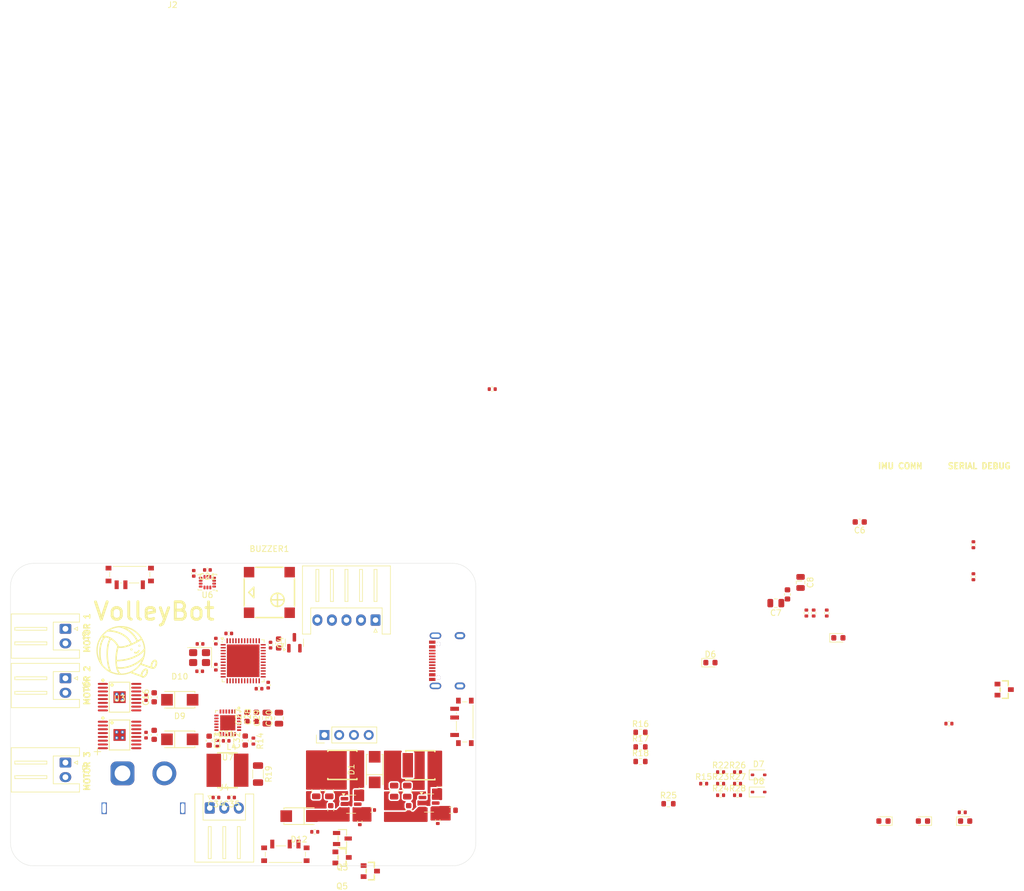
<source format=kicad_pcb>
(kicad_pcb (version 20241229) (generator "pcbnew") (generator_version "9.0")
  (layers (0 "F.Cu" signal) (2 "B.Cu" signal) (13 "F.Paste" user) (15 "B.Paste" user) (5 "F.SilkS" user "F.Silkscreen") (7 "B.SilkS" user "B.Silkscreen") (1 "F.Mask" user) (3 "B.Mask" user) (25 "Edge.Cuts" user))
  (net 0 "")
  (net 1 "+3.3V")
  (net 2 "+3.3VA")
  (net 3 "/NRST")
  (net 4 "/HSE_IN")
  (net 5 "/HSE_OUT")
  (net 6 "/BST1")
  (net 7 "/SW1")
  (net 8 "/POWER_LED_K")
  (net 9 "/BST2")
  (net 10 "/SW2")
  (net 11 "/SWDIO")
  (net 12 "/SWCLK")
  (net 13 "Net-(J5-Pin_2)")
  (net 14 "Net-(J5-Pin_1)")
  (net 15 "Net-(J6-Pin_1)")
  (net 16 "Net-(J6-Pin_2)")
  (net 17 "Net-(J7-Pin_1)")
  (net 18 "Net-(J7-Pin_2)")
  (net 19 "/USART1_RX")
  (net 20 "/USART1_TX")
  (net 21 "/BOOT0")
  (net 22 "Net-(SW1-B)")
  (net 23 "Net-(USB2-CC2)")
  (net 24 "Net-(USB2-CC1)")
  (net 25 "Net-(D7-A)")
  (net 26 "/FB1")
  (net 30 "Net-(D1-A)")
  (net 31 "Net-(D3-A)")
  (net 32 "/TIM2_CH1")
  (net 33 "/TIM2_CH2")
  (net 34 "/TIM2_CH4")
  (net 35 "Net-(C29-Pad1)")
  (net 36 "Net-(C31-Pad2)")
  (net 37 "/TIM3_CH1")
  (net 38 "/USB_D-")
  (net 39 "Net-(D3-K)")
  (net 40 "Net-(U7-BST)")
  (net 41 "Net-(U7-VIN)")
  (net 42 "Net-(J4-Pin_2)")
  (net 44 "/TIM2_CH3")
  (net 46 "Net-(D6-A)")
  (net 48 "/TIM3_CH2")
  (net 56 "Net-(U1-VCAP1)")
  (net 57 "+5V")
  (net 59 "-BATT")
  (net 60 "+BATT")
  (net 61 "/FB2")
  (net 64 "/ADC1_IN4")
  (net 65 "/PI_POWER")
  (net 66 "Net-(D4-K)")
  (net 67 "Net-(D8-A)")
  (net 68 "Net-(Q3-D)")
  (net 69 "/BATT+_IN")
  (net 70 "Net-(D5-K)")
  (net 71 "Net-(Q1-G)")
  (net 72 "Net-(Q2-G)")
  (net 73 "Net-(SW2-B)")
  (net 74 "Net-(SW3-B)")
  (net 75 "Net-(Q4-B)")
  (net 76 "Net-(Q5-G)")
  (net 77 "Net-(U7-ISET)")
  (net 78 "Net-(U7-VIN_UVSET)")
  (net 79 "Net-(U7-NTC)")
  (net 80 "Net-(U7-VBATM)")
  (net 81 "/BUZZER_CTRL")
  (net 82 "Net-(U7-EN)")
  (net 83 "Net-(U7-LED)")
  (net 84 "/SPI1_NSS")
  (net 85 "/SPI1_MISO")
  (net 87 "/GPIO_EXT2")
  (net 88 "Net-(U1-PA12)")
  (net 89 "/NSLEEP2")
  (net 90 "/NSLEEP1")
  (net 92 "/SPI1_MOSI")
  (net 93 "/BAT_STAT")
  (net 94 "/GPIO_EXT1")
  (net 95 "/SPI1_CLK")
  (footprint "Capacitor_SMD:C_0805_2012Metric" (layer "F.Cu") (at 126.05 103.35 -90)
    (property "Reference" "C15" (hide yes))
    (property "Value" "22uF")
    (pad "1" smd roundrect (at -0.95 0 270) (size 1 1.45) (layers "F.Cu" "F.Mask" "F.Paste") (net 1 "+3.3V"))
    (pad "2" smd roundrect (at 0.95 0 270) (size 1 1.45) (layers "F.Cu" "F.Mask" "F.Paste") (net 59 "-BATT"))
  )
  (footprint "Capacitor_SMD:C_0805_2012Metric" (layer "F.Cu") (at 141.7 103.4 -90)
    (property "Reference" "C25" (hide yes))
    (property "Value" "22uF")
    (pad "1" smd roundrect (at -0.95 0 270) (size 1 1.45) (layers "F.Cu" "F.Mask" "F.Paste") (net 30 "Net-(D1-A)"))
    (pad "2" smd roundrect (at 0.95 0 270) (size 1 1.45) (layers "F.Cu" "F.Mask" "F.Paste") (net 59 "-BATT"))
  )
  (footprint "Resistor_SMD:R_0402_1005Metric" (layer "F.Cu") (at 198.475 100.13)
    (property "Reference" "R26" (at 0 -1.17 0) (layer "F.SilkS"))
    (property "Value" "10K")
    (pad "1" smd roundrect (at -0.51 0) (size 0.54 0.64) (layers "F.Cu" "F.Mask" "F.Paste") (net 57 "+5V"))
    (pad "2" smd roundrect (at 0.51 0) (size 0.54 0.64) (layers "F.Cu" "F.Mask" "F.Paste") (net 82 "Net-(U7-EN)"))
  )
  (footprint "Package_TO_SOT_SMD:TSOT-23-6" (layer "F.Cu") (at 132.05 105.65)
    (property "Reference" "U4" (hide yes))
    (property "Value" "AP62300TWU")
    (pad "1" smd roundrect (at -1.1375 -0.95) (size 1.325 0.6) (layers "F.Cu" "F.Mask" "F.Paste") (net 59 "-BATT"))
    (pad "2" smd roundrect (at -1.1375 0) (size 1.325 0.6) (layers "F.Cu" "F.Mask" "F.Paste") (net 7 "/SW1"))
    (pad "3" smd roundrect (at -1.1375 0.95) (size 1.325 0.6) (layers "F.Cu" "F.Mask" "F.Paste") (net 69 "/BATT+_IN"))
    (pad "4" smd roundrect (at 1.1375 0.95) (size 1.325 0.6) (layers "F.Cu" "F.Mask" "F.Paste") (net 26 "/FB1"))
    (pad "5" smd roundrect (at 1.1375 0) (size 1.325 0.6) (layers "F.Cu" "F.Mask" "F.Paste"))
    (pad "6" smd roundrect (at 1.1375 -0.95) (size 1.325 0.6) (layers "F.Cu" "F.Mask" "F.Paste") (net 6 "/BST1"))
  )
  (footprint "Resistor_SMD:R_0402_1005Metric" (layer "F.Cu") (at 135.56 106.65 180)
    (property "Reference" "R9" (hide yes))
    (property "Value" "33K")
    (pad "1" smd roundrect (at -0.51 0 180) (size 0.54 0.64) (layers "F.Cu" "F.Mask" "F.Paste") (net 1 "+3.3V"))
    (pad "2" smd roundrect (at 0.51 0 180) (size 0.54 0.64) (layers "F.Cu" "F.Mask" "F.Paste") (net 26 "/FB1"))
  )
  (footprint "Capacitor_SMD:C_0805_2012Metric" (layer "F.Cu") (at 119.65 90.8575 90)
    (property "Reference" "C30" (at 0 -1.68 90) (layer "F.SilkS"))
    (property "Value" "22uF")
    (pad "1" smd roundrect (at -0.95 0 90) (size 1 1.45) (layers "F.Cu" "F.Mask" "F.Paste") (net 35 "Net-(C29-Pad1)"))
    (pad "2" smd roundrect (at 0.95 0 90) (size 1 1.45) (layers "F.Cu" "F.Mask" "F.Paste") (net 59 "-BATT"))
  )
  (footprint "Resistor_SMD:R_0603_1608Metric" (layer "F.Cu") (at 181.795 98.31)
    (property "Reference" "R18" (at 0 -1.43 0) (layer "F.SilkS"))
    (property "Value" "51K")
    (pad "1" smd roundrect (at -0.825 0) (size 0.8 0.95) (layers "F.Cu" "F.Mask" "F.Paste") (net 59 "-BATT"))
    (pad "2" smd roundrect (at 0.825 0) (size 0.8 0.95) (layers "F.Cu" "F.Mask" "F.Paste") (net 79 "Net-(U7-NTC)"))
  )
  (footprint "Capacitor_SMD:C_0805_2012Metric" (layer "F.Cu") (at 128.3 103.35 -90)
    (property "Reference" "C14" (hide yes))
    (property "Value" "22uF")
    (pad "1" smd roundrect (at -0.95 0 270) (size 1 1.45) (layers "F.Cu" "F.Mask" "F.Paste") (net 1 "+3.3V"))
    (pad "2" smd roundrect (at 0.95 0 270) (size 1 1.45) (layers "F.Cu" "F.Mask" "F.Paste") (net 59 "-BATT"))
  )
  (footprint "Capacitor_SMD:C_0603_1608Metric" (layer "F.Cu") (at 141.95 106.675 90)
    (property "Reference" "C23" (hide yes))
    (property "Value" "10uF")
    (pad "1" smd roundrect (at -0.775 0 90) (size 0.9 0.95) (layers "F.Cu" "F.Mask" "F.Paste") (net 69 "/BATT+_IN"))
    (pad "2" smd roundrect (at 0.775 0 90) (size 0.9 0.95) (layers "F.Cu" "F.Mask" "F.Paste") (net 59 "-BATT"))
  )
  (footprint "Package_DFN_QFN:QFN-48-1EP_7x7mm_P0.5mm_EP5.6x5.6mm" (layer "F.Cu") (at 113.5 81)
    (property "Reference" "U1" (hide yes))
    (property "Value" "STM32F411CEU6")
    (pad "1" smd roundrect (at -3.4375 -2.75) (size 0.875 0.25) (layers "F.Cu" "F.Mask" "F.Paste") (net 1 "+3.3V"))
    (pad "2" smd roundrect (at -3.4375 -2.25) (size 0.875 0.25) (layers "F.Cu" "F.Mask" "F.Paste") (net 90 "/NSLEEP1"))
    (pad "3" smd roundrect (at -3.4375 -1.75) (size 0.875 0.25) (layers "F.Cu" "F.Mask" "F.Paste") (net 89 "/NSLEEP2"))
    (pad "4" smd roundrect (at -3.4375 -1.25) (size 0.875 0.25) (layers "F.Cu" "F.Mask" "F.Paste"))
    (pad "5" smd roundrect (at -3.4375 -0.75) (size 0.875 0.25) (layers "F.Cu" "F.Mask" "F.Paste") (net 4 "/HSE_IN"))
    (pad "6" smd roundrect (at -3.4375 -0.25) (size 0.875 0.25) (layers "F.Cu" "F.Mask" "F.Paste") (net 5 "/HSE_OUT"))
    (pad "7" smd roundrect (at -3.4375 0.25) (size 0.875 0.25) (layers "F.Cu" "F.Mask" "F.Paste") (net 3 "/NRST"))
    (pad "8" smd roundrect (at -3.4375 0.75) (size 0.875 0.25) (layers "F.Cu" "F.Mask" "F.Paste") (net 59 "-BATT"))
    (pad "9" smd roundrect (at -3.4375 1.25) (size 0.875 0.25) (layers "F.Cu" "F.Mask" "F.Paste") (net 2 "+3.3VA"))
    (pad "10" smd roundrect (at -3.4375 1.75) (size 0.875 0.25) (layers "F.Cu" "F.Mask" "F.Paste") (net 32 "/TIM2_CH1"))
    (pad "11" smd roundrect (at -3.4375 2.25) (size 0.875 0.25) (layers "F.Cu" "F.Mask" "F.Paste") (net 33 "/TIM2_CH2"))
    (pad "12" smd roundrect (at -3.4375 2.75) (size 0.875 0.25) (layers "F.Cu" "F.Mask" "F.Paste") (net 44 "/TIM2_CH3"))
    (pad "13" smd roundrect (at -2.75 3.4375) (size 0.25 0.875) (layers "F.Cu" "F.Mask" "F.Paste") (net 34 "/TIM2_CH4"))
    (pad "14" smd roundrect (at -2.25 3.4375) (size 0.25 0.875) (layers "F.Cu" "F.Mask" "F.Paste") (net 64 "/ADC1_IN4"))
    (pad "15" smd roundrect (at -1.75 3.4375) (size 0.25 0.875) (layers "F.Cu" "F.Mask" "F.Paste"))
    (pad "16" smd roundrect (at -1.25 3.4375) (size 0.25 0.875) (layers "F.Cu" "F.Mask" "F.Paste") (net 37 "/TIM3_CH1"))
    (pad "17" smd roundrect (at -0.75 3.4375) (size 0.25 0.875) (layers "F.Cu" "F.Mask" "F.Paste") (net 48 "/TIM3_CH2"))
    (pad "18" smd roundrect (at -0.25 3.4375) (size 0.25 0.875) (layers "F.Cu" "F.Mask" "F.Paste") (net 81 "/BUZZER_CTRL"))
    (pad "19" smd roundrect (at 0.25 3.4375) (size 0.25 0.875) (layers "F.Cu" "F.Mask" "F.Paste") (net 94 "/GPIO_EXT1"))
    (pad "20" smd roundrect (at 0.75 3.4375) (size 0.25 0.875) (layers "F.Cu" "F.Mask" "F.Paste") (net 87 "/GPIO_EXT2"))
    (pad "21" smd roundrect (at 1.25 3.4375) (size 0.25 0.875) (layers "F.Cu" "F.Mask" "F.Paste") (net 93 "/BAT_STAT"))
    (pad "22" smd roundrect (at 1.75 3.4375) (size 0.25 0.875) (layers "F.Cu" "F.Mask" "F.Paste") (net 56 "Net-(U1-VCAP1)"))
    (pad "23" smd roundrect (at 2.25 3.4375) (size 0.25 0.875) (layers "F.Cu" "F.Mask" "F.Paste") (net 59 "-BATT"))
    (pad "24" smd roundrect (at 2.75 3.4375) (size 0.25 0.875) (layers "F.Cu" "F.Mask" "F.Paste") (net 1 "+3.3V"))
    (pad "25" smd roundrect (at 3.4375 2.75) (size 0.875 0.25) (layers "F.Cu" "F.Mask" "F.Paste") (net 31 "Net-(D3-A)"))
    (pad "26" smd roundrect (at 3.4375 2.25) (size 0.875 0.25) (layers "F.Cu" "F.Mask" "F.Paste"))
    (pad "27" smd roundrect (at 3.4375 1.75) (size 0.875 0.25) (layers "F.Cu" "F.Mask" "F.Paste"))
    (pad "28" smd roundrect (at 3.4375 1.25) (size 0.875 0.25) (layers "F.Cu" "F.Mask" "F.Paste"))
    (pad "29" smd roundrect (at 3.4375 0.75) (size 0.875 0.25) (layers "F.Cu" "F.Mask" "F.Paste"))
    (pad "30" smd roundrect (at 3.4375 0.25) (size 0.875 0.25) (layers "F.Cu" "F.Mask" "F.Paste") (net 20 "/USART1_TX"))
    (pad "31" smd roundrect (at 3.4375 -0.25) (size 0.875 0.25) (layers "F.Cu" "F.Mask" "F.Paste") (net 19 "/USART1_RX"))
    (pad "32" smd roundrect (at 3.4375 -0.75) (size 0.875 0.25) (layers "F.Cu" "F.Mask" "F.Paste") (net 38 "/USB_D-"))
    (pad "33" smd roundrect (at 3.4375 -1.25) (size 0.875 0.25) (layers "F.Cu" "F.Mask" "F.Paste") (net 88 "Net-(U1-PA12)"))
    (pad "34" smd roundrect (at 3.4375 -1.75) (size 0.875 0.25) (layers "F.Cu" "F.Mask" "F.Paste") (net 11 "/SWDIO"))
    (pad "35" smd roundrect (at 3.4375 -2.25) (size 0.875 0.25) (layers "F.Cu" "F.Mask" "F.Paste") (net 59 "-BATT"))
    (pad "36" smd roundrect (at 3.4375 -2.75) (size 0.875 0.25) (layers "F.Cu" "F.Mask" "F.Paste") (net 1 "+3.3V"))
    (pad "37" smd roundrect (at 2.75 -3.4375) (size 0.25 0.875) (layers "F.Cu" "F.Mask" "F.Paste") (net 12 "/SWCLK"))
    (pad "38" smd roundrect (at 2.25 -3.4375) (size 0.25 0.875) (layers "F.Cu" "F.Mask" "F.Paste") (net 84 "/SPI1_NSS"))
    (pad "39" smd roundrect (at 1.75 -3.4375) (size 0.25 0.875) (layers "F.Cu" "F.Mask" "F.Paste") (net 95 "/SPI1_CLK"))
    (pad "40" smd roundrect (at 1.25 -3.4375) (size 0.25 0.875) (layers "F.Cu" "F.Mask" "F.Paste") (net 85 "/SPI1_MISO"))
    (pad "41" smd roundrect (at 0.75 -3.4375) (size 0.25 0.875) (layers "F.Cu" "F.Mask" "F.Paste") (net 92 "/SPI1_MOSI"))
    (pad "42" smd roundrect (at 0.25 -3.4375) (size 0.25 0.875) (layers "F.Cu" "F.Mask" "F.Paste"))
    (pad "43" smd roundrect (at -0.25 -3.4375) (size 0.25 0.875) (layers "F.Cu" "F.Mask" "F.Paste"))
    (pad "44" smd roundrect (at -0.75 -3.4375) (size 0.25 0.875) (layers "F.Cu" "F.Mask" "F.Paste") (net 21 "/BOOT0"))
    (pad "45" smd roundrect (at -1.25 -3.4375) (size 0.25 0.875) (layers "F.Cu" "F.Mask" "F.Paste"))
    (pad "46" smd roundrect (at -1.75 -3.4375) (size 0.25 0.875) (layers "F.Cu" "F.Mask" "F.Paste"))
    (pad "47" smd roundrect (at -2.25 -3.4375) (size 0.25 0.875) (layers "F.Cu" "F.Mask" "F.Paste") (net 59 "-BATT"))
    (pad "48" smd roundrect (at -2.75 -3.4375) (size 0.25 0.875) (layers "F.Cu" "F.Mask" "F.Paste") (net 1 "+3.3V"))
    (pad "49" smd rect (at 0 0) (size 5.6 5.6) (property pad_prop_heatsink) (layers "F.Cu" "F.Mask") (net 59 "-BATT"))
  )
  (footprint "Rocketry_Easyeda:IND-SMD_L6.0-W6.0_FNR60XXS" (layer "F.Cu") (at 110.8 99.8175)
    (property "Reference" "L4" (at 0.7 -4.01 0) (layer "F.SilkS"))
    (property "Value" "FNR6045S2R2MT")
    (pad "1" smd rect (at -2.35 0.01) (size 2.5 5.7) (layers "F.Cu" "F.Mask" "F.Paste") (net 36 "Net-(C31-Pad2)"))
    (pad "2" smd rect (at 2.35 -0.01) (size 2.5 5.7) (layers "F.Cu" "F.Mask" "F.Paste") (net 57 "+5V"))
  )
  (footprint "Resistor_SMD:R_0603_1608Metric" (layer "F.Cu") (at 181.795 93.29)
    (property "Reference" "R16" (at 0 -1.43 0) (layer "F.SilkS"))
    (property "Value" "91K")
    (pad "1" smd roundrect (at -0.825 0) (size 0.8 0.95) (layers "F.Cu" "F.Mask" "F.Paste") (net 59 "-BATT"))
    (pad "2" smd roundrect (at 0.825 0) (size 0.8 0.95) (layers "F.Cu" "F.Mask" "F.Paste") (net 77 "Net-(U7-ISET)"))
  )
  (footprint "Rocketry_Easyeda:IND-SMD_L5.0-W5.0_FNR50XXS" (layer "F.Cu") (at 130.55 98.9 180)
    (property "Reference" "L1" (hide yes))
    (property "Value" "FNR5020S3R3NT")
    (pad "1" smd rect (at -2.15 0 180) (size 1.8 4.2) (layers "F.Cu" "F.Mask" "F.Paste") (net 7 "/SW1"))
    (pad "2" smd rect (at 2.15 0 180) (size 1.8 4.2) (layers "F.Cu" "F.Mask" "F.Paste") (net 1 "+3.3V"))
  )
  (footprint "Capacitor_SMD:C_0805_2012Metric" (layer "F.Cu") (at 205.06 71.0875 180)
    (property "Reference" "C7" (at 0 -1.68 180) (layer "F.SilkS"))
    (property "Value" "10uF")
    (pad "1" smd roundrect (at -0.95 0 180) (size 1 1.45) (layers "F.Cu" "F.Mask" "F.Paste") (net 2 "+3.3VA"))
    (pad "2" smd roundrect (at 0.95 0 180) (size 1 1.45) (layers "F.Cu" "F.Mask" "F.Paste") (net 59 "-BATT"))
  )
  (footprint "Capacitor_SMD:C_0402_1005Metric" (layer "F.Cu") (at 117.8 85.18 -90)
    (property "Reference" "C2" (hide yes))
    (property "Value" "100nF")
    (pad "1" smd roundrect (at -0.48 0 270) (size 0.56 0.62) (layers "F.Cu" "F.Mask" "F.Paste") (net 1 "+3.3V"))
    (pad "2" smd roundrect (at 0.48 0 270) (size 0.56 0.62) (layers "F.Cu" "F.Mask" "F.Paste") (net 59 "-BATT"))
  )
  (footprint "Connector_JST:JST_XH_S3B-XH-A_1x03_P2.50mm_Horizontal" (layer "F.Cu") (at 107.75 106.305)
    (property "Reference" "J4" (at 2.5 -3.51 0) (layer "F.SilkS"))
    (property "Value" "Conn_01x03_Socket")
    (pad "1" thru_hole roundrect (at 0 0) (size 1.7 1.95) (drill 0.95) (layers "*.Cu" "*.Mask") (roundrect_rratio 0.147059) (net 59 "-BATT"))
    (pad "2" thru_hole oval (at 2.5 0) (size 1.7 1.95) (drill 0.95) (layers "*.Cu" "*.Mask") (net 42 "Net-(J4-Pin_2)"))
    (pad "3" thru_hole oval (at 5 0) (size 1.7 1.95) (drill 0.95) (layers "*.Cu" "*.Mask") (net 60 "+BATT"))
  )
  (footprint "Capacitor_SMD:C_0805_2012Metric" (layer "F.Cu") (at 139.45 103.4 -90)
    (property "Reference" "C26" (hide yes))
    (property "Value" "22uF")
    (pad "1" smd roundrect (at -0.95 0 270) (size 1 1.45) (layers "F.Cu" "F.Mask" "F.Paste") (net 30 "Net-(D1-A)"))
    (pad "2" smd roundrect (at 0.95 0 270) (size 1 1.45) (layers "F.Cu" "F.Mask" "F.Paste") (net 59 "-BATT"))
  )
  (footprint "Resistor_SMD:R_0402_1005Metric" (layer "F.Cu") (at 115.25 94.7975 -90)
    (property "Reference" "R14" (at 0 -1.17 90) (layer "F.SilkS"))
    (property "Value" "5K1")
    (pad "1" smd roundrect (at -0.51 0 270) (size 0.54 0.64) (layers "F.Cu" "F.Mask" "F.Paste") (net 59 "-BATT"))
    (pad "2" smd roundrect (at 0.51 0 270) (size 0.54 0.64) (layers "F.Cu" "F.Mask" "F.Paste") (net 57 "+5V"))
  )
  (footprint "Capacitor_SMD:C_0402_1005Metric" (layer "F.Cu") (at 107.35 65.3875 180)
    (property "Reference" "C21" (at 0 -1.16 0) (layer "F.SilkS"))
    (property "Value" "100nF")
    (pad "1" smd roundrect (at -0.48 0 180) (size 0.56 0.62) (layers "F.Cu" "F.Mask" "F.Paste") (net 2 "+3.3VA"))
    (pad "2" smd roundrect (at 0.48 0 180) (size 0.56 0.62) (layers "F.Cu" "F.Mask" "F.Paste") (net 59 "-BATT"))
  )
  (footprint "Capacitor_SMD:C_0402_1005Metric" (layer "F.Cu") (at 118.2 78.3 -90)
    (property "Reference" "C4" (hide yes))
    (property "Value" "100nF")
    (pad "1" smd roundrect (at -0.48 0 270) (size 0.56 0.62) (layers "F.Cu" "F.Mask" "F.Paste") (net 1 "+3.3V"))
    (pad "2" smd roundrect (at 0.48 0 270) (size 0.56 0.62) (layers "F.Cu" "F.Mask" "F.Paste") (net 59 "-BATT"))
  )
  (footprint "Capacitor_SMD:C_0603_1608Metric" (layer "F.Cu") (at 128.55 106.675 90)
    (property "Reference" "C12" (hide yes))
    (property "Value" "10uF")
    (pad "1" smd roundrect (at -0.775 0 90) (size 0.9 0.95) (layers "F.Cu" "F.Mask" "F.Paste") (net 69 "/BATT+_IN"))
    (pad "2" smd roundrect (at 0.775 0 90) (size 0.9 0.95) (layers "F.Cu" "F.Mask" "F.Paste") (net 59 "-BATT"))
  )
  (footprint "Connector_PinHeader_2.54mm:PinHeader_1x04_P2.54mm_Vertical" (layer "F.Cu") (at 127.46 93.75 90)
    (property "Reference" "J1" (hide yes))
    (property "Value" "Conn_01x04_Pin")
    (pad "1" thru_hole rect (at 0 0 90) (size 1.7 1.7) (drill 1) (layers "*.Cu" "*.Mask") (net 20 "/USART1_TX"))
    (pad "2" thru_hole circle (at 0 2.54 90) (size 1.7 1.7) (drill 1) (layers "*.Cu" "*.Mask") (net 19 "/USART1_RX"))
    (pad "3" thru_hole circle (at 0 5.08 90) (size 1.7 1.7) (drill 1) (layers "*.Cu" "*.Mask") (net 59 "-BATT"))
    (pad "4" thru_hole circle (at 0 7.62 90) (size 1.7 1.7) (drill 1) (layers "*.Cu" "*.Mask") (net 65 "/PI_POWER"))
  )
  (footprint "Package_LGA:LGA-14_3x2.5mm_P0.5mm_LayoutBorder3x4y" (layer "F.Cu") (at 107.35 67.4875 180)
    (property "Reference" "U6" (at 0 -2.2 0) (layer "F.SilkS"))
    (property "Value" "LSM6DSL")
    (pad "1" smd roundrect (at -1.1625 -0.75 180) (size 0.625 0.35) (layers "F.Cu" "F.Mask" "F.Paste") (net 85 "/SPI1_MISO"))
    (pad "2" smd roundrect (at -1.1625 -0.25 180) (size 0.625 0.35) (layers "F.Cu" "F.Mask" "F.Paste") (net 59 "-BATT"))
    (pad "3" smd roundrect (at -1.1625 0.25 180) (size 0.625 0.35) (layers "F.Cu" "F.Mask" "F.Paste") (net 59 "-BATT"))
    (pad "4" smd roundrect (at -1.1625 0.75 180) (size 0.625 0.35) (layers "F.Cu" "F.Mask" "F.Paste") (net 94 "/GPIO_EXT1"))
    (pad "5" smd roundrect (at -0.5 0.9125 180) (size 0.35 0.625) (layers "F.Cu" "F.Mask" "F.Paste") (net 2 "+3.3VA"))
    (pad "6" smd roundrect (at 0 0.9125 180) (size 0.35 0.625) (layers "F.Cu" "F.Mask" "F.Paste") (net 59 "-BATT"))
    (pad "7" smd roundrect (at 0.5 0.9125 180) (size 0.35 0.625) (layers "F.Cu" "F.Mask" "F.Paste") (net 59 "-BATT"))
    (pad "8" smd roundrect (at 1.1625 0.75 180) (size 0.625 0.35) (layers "F.Cu" "F.Mask" "F.Paste") (net 1 "+3.3V"))
    (pad "9" smd roundrect (at 1.1625 0.25 180) (size 0.625 0.35) (layers "F.Cu" "F.Mask" "F.Paste") (net 87 "/GPIO_EXT2"))
    (pad "10" smd roundrect (at 1.1625 -0.25 180) (size 0.625 0.35) (layers "F.Cu" "F.Mask" "F.Paste"))
    (pad "11" smd roundrect (at 1.1625 -0.75 180) (size 0.625 0.35) (layers "F.Cu" "F.Mask" "F.Paste"))
    (pad "12" smd roundrect (at 0.5 -0.9125 180) (size 0.35 0.625) (layers "F.Cu" "F.Mask" "F.Paste") (net 84 "/SPI1_NSS"))
    (pad "13" smd roundrect (at 0 -0.9125 180) (size 0.35 0.625) (layers "F.Cu" "F.Mask" "F.Paste") (net 95 "/SPI1_CLK"))
    (pad "14" smd roundrect (at -0.5 -0.9125 180) (size 0.35 0.625) (layers "F.Cu" "F.Mask" "F.Paste") (net 92 "/SPI1_MOSI"))
  )
  (footprint "Capacitor_SMD:C_0402_1005Metric" (layer "F.Cu") (at 108.8 82.1 90)
    (property "Reference" "C5" (hide yes))
    (property "Value" "100nF")
    (pad "1" smd roundrect (at -0.48 0 90) (size 0.56 0.62) (layers "F.Cu" "F.Mask" "F.Paste") (net 2 "+3.3VA"))
    (pad "2" smd roundrect (at 0.48 0 90) (size 0.56 0.62) (layers "F.Cu" "F.Mask" "F.Paste") (net 59 "-BATT"))
  )
  (footprint "Resistor_SMD:R_1206_3216Metric" (layer "F.Cu") (at 116.05 100.47 -90)
    (property "Reference" "R19" (at 0 -1.83 90) (layer "F.SilkS"))
    (property "Value" "100R")
    (pad "1" smd roundrect (at -1.4625 0 270) (size 1.125 1.75) (layers "F.Cu" "F.Mask" "F.Paste") (roundrect_rratio 0.222222) (net 80 "Net-(U7-VBATM)"))
    (pad "2" smd roundrect (at 1.4625 0 270) (size 1.125 1.75) (layers "F.Cu" "F.Mask" "F.Paste") (roundrect_rratio 0.222222) (net 42 "Net-(J4-Pin_2)"))
  )
  (footprint "Crystal:Crystal_SMD_3225-4Pin_3.2x2.5mm" (layer "F.Cu") (at 106 80.45 180)
    (property "Reference" "Y1" (hide yes))
    (property "Value" "16MHz")
    (pad "1" smd roundrect (at -1.1 0.85 180) (size 1.4 1.2) (layers "F.Cu" "F.Mask" "F.Paste") (roundrect_rratio 0.208333) (net 4 "/HSE_IN"))
    (pad "2" smd roundrect (at 1.1 0.85 180) (size 1.4 1.2) (layers "F.Cu" "F.Mask" "F.Paste") (roundrect_rratio 0.208333))
    (pad "3" smd roundrect (at 1.1 -0.85 180) (size 1.4 1.2) (layers "F.Cu" "F.Mask" "F.Paste") (roundrect_rratio 0.208333) (net 5 "/HSE_OUT"))
    (pad "4" smd roundrect (at -1.1 -0.85 180) (size 1.4 1.2) (layers "F.Cu" "F.Mask" "F.Paste") (roundrect_rratio 0.208333))
  )
  (footprint "Capacitor_SMD:C_0402_1005Metric" (layer "F.Cu") (at 108.8 77.62 90)
    (property "Reference" "C22" (hide yes))
    (property "Value" "100nF")
    (pad "1" smd roundrect (at -0.48 0 90) (size 0.56 0.62) (layers "F.Cu" "F.Mask" "F.Paste") (net 1 "+3.3V"))
    (pad "2" smd roundrect (at 0.48 0 90) (size 0.56 0.62) (layers "F.Cu" "F.Mask" "F.Paste") (net 59 "-BATT"))
  )
  (footprint "Capacitor_SMD:C_0603_1608Metric" (layer "F.Cu") (at 107.65 94.7325 -90)
    (property "Reference" "C33" (at 0 -1.43 90) (layer "F.SilkS"))
    (property "Value" "10uF")
    (pad "1" smd roundrect (at -0.775 0 270) (size 0.9 0.95) (layers "F.Cu" "F.Mask" "F.Paste") (net 41 "Net-(U7-VIN)"))
    (pad "2" smd roundrect (at 0.775 0 270) (size 0.9 0.95) (layers "F.Cu" "F.Mask" "F.Paste") (net 59 "-BATT"))
  )
  (footprint "LED_SMD:LED_0603_1608Metric" (layer "F.Cu") (at 223.56 108.55 180)
    (property "Reference" "D2" (hide yes))
    (property "Value" "LED")
    (pad "1" smd roundrect (at -0.7875 0 180) (size 0.875 0.95) (layers "F.Cu" "F.Mask" "F.Paste") (net 8 "/POWER_LED_K"))
    (pad "2" smd roundrect (at 0.7875 0 180) (size 0.875 0.95) (layers "F.Cu" "F.Mask" "F.Paste") (net 1 "+3.3V"))
  )
  (footprint "Button_Switch_SMD:SW_SPDT_PCM12" (layer "F.Cu") (at 151.275 91.5 90)
    (property "Reference" "SW2" (hide yes))
    (property "Value" "SW_SPDT")
    (pad "" smd rect (at -3.65 -0.78 90) (size 1 0.8) (layers "F.Cu" "F.Mask" "F.Paste"))
    (pad "" smd rect (at -3.65 1.43 90) (size 1 0.8) (layers "F.Cu" "F.Mask" "F.Paste"))
    (pad "" np_thru_hole circle (at -1.5 0.33 90) (size 0.9 0.9) (drill 0.9) (layers "*.Cu" "*.Mask"))
    (pad "" np_thru_hole circle (at 1.5 0.33 90) (size 0.9 0.9) (drill 0.9) (layers "*.Cu" "*.Mask"))
    (pad "" smd rect (at 3.65 -0.78 90) (size 1 0.8) (layers "F.Cu" "F.Mask" "F.Paste"))
    (pad "" smd rect (at 3.65 1.43 90) (size 1 0.8) (layers "F.Cu" "F.Mask" "F.Paste"))
    (pad "1" smd rect (at -2.25 -1.43 90) (size 0.7 1.5) (layers "F.Cu" "F.Mask" "F.Paste") (net 57 "+5V"))
    (pad "2" smd rect (at 0.75 -1.43 90) (size 0.7 1.5) (layers "F.Cu" "F.Mask" "F.Paste") (net 73 "Net-(SW2-B)"))
    (pad "3" smd rect (at 2.25 -1.43 90) (size 0.7 1.5) (layers "F.Cu" "F.Mask" "F.Paste") (net 59 "-BATT"))
  )
  (footprint "Capacitor_SMD:C_0805_2012Metric" (layer "F.Cu") (at 209.31 67.53 -90)
    (property "Reference" "C8" (at 0 -1.68 270) (layer "F.SilkS"))
    (property "Value" "10uF")
    (pad "1" smd roundrect (at -0.95 0 270) (size 1 1.45) (layers "F.Cu" "F.Mask" "F.Paste") (net 1 "+3.3V"))
    (pad "2" smd roundrect (at 0.95 0 270) (size 1 1.45) (layers "F.Cu" "F.Mask" "F.Paste") (net 59 "-BATT"))
  )
  (footprint "Capacitor_SMD:C_0402_1005Metric" (layer "F.Cu") (at 105 65.9675 90)
    (property "Reference" "C20" (hide yes))
    (property "Value" "100nF")
    (pad "1" smd roundrect (at -0.48 0 90) (size 0.56 0.62) (layers "F.Cu" "F.Mask" "F.Paste") (net 1 "+3.3V"))
    (pad "2" smd roundrect (at 0.48 0 90) (size 0.56 0.62) (layers "F.Cu" "F.Mask" "F.Paste") (net 59 "-BATT"))
  )
  (footprint "Rocketry_Easyeda:SMA_L4.3-W2.6-LS5.2-RD" (layer "F.Cu") (at 136.1 99.7 90)
    (property "Reference" "D1" (at 0 -4 90) (layer "F.SilkS"))
    (property "Value" "SS34_C8678")
    (pad "1" smd rect (at -2.2 0 270) (size 2 2) (layers "F.Cu" "F.Mask" "F.Paste") (net 57 "+5V"))
    (pad "2" smd rect (at 2.2 0 270) (size 2 2) (layers "F.Cu" "F.Mask" "F.Paste") (net 30 "Net-(D1-A)"))
  )
  (footprint "Capacitor_SMD:C_0402_1005Metric" (layer "F.Cu") (at 147.2 102.68 90)
    (property "Reference" "C24" (hide yes))
    (property "Value" "100nF")
    (pad "1" smd roundrect (at -0.48 0 90) (size 0.56 0.62) (layers "F.Cu" "F.Mask" "F.Paste") (net 9 "/BST2"))
    (pad "2" smd roundrect (at 0.48 0 90) (size 0.56 0.62) (layers "F.Cu" "F.Mask" "F.Paste") (net 10 "/SW2"))
  )
  (footprint "MountingHole:MountingHole_2.2mm_M2" (layer "F.Cu") (at 77.5 112.25)
    (property "Reference" "H2" (hide yes))
    (property "Value" "MountingHole")
    (pad "" np_thru_hole circle (at 0 0) (size 2.2 2.2) (drill 2.2) (layers "*.Cu" "*.Mask"))
  )
  (footprint "Resistor_SMD:R_0402_1005Metric" (layer "F.Cu") (at 133.55 108.66 90)
    (property "Reference" "R8" (hide yes))
    (property "Value" "10K")
    (pad "1" smd roundrect (at -0.51 0 90) (size 0.54 0.64) (layers "F.Cu" "F.Mask" "F.Paste") (net 59 "-BATT"))
    (pad "2" smd roundrect (at 0.51 0 90) (size 0.54 0.64) (layers "F.Cu" "F.Mask" "F.Paste") (net 26 "/FB1"))
  )
  (footprint "Rocketry_Easyeda:SOT-23-3_L2.9-W1.3-P1.90-LS2.4-BR" (layer "F.Cu") (at 130.55 111.55 180)
    (property "Reference" "Q3" (at 0 -4.95 0) (layer "F.SilkS"))
    (property "Value" "AO3400A")
    (pad "1" smd rect (at 1 0.95 180) (size 1.25 0.7) (layers "F.Cu" "F.Mask" "F.Paste") (net 57 "+5V"))
    (pad "2" smd rect (at 1 -0.95 180) (size 1.25 0.7) (layers "F.Cu" "F.Mask" "F.Paste") (net 59 "-BATT"))
    (pad "3" smd rect (at -1 0 180) (size 1.25 0.7) (layers "F.Cu" "F.Mask" "F.Paste") (net 68 "Net-(Q3-D)"))
  )
  (footprint "Rocketry_Easyeda:SMA_L4.3-W2.6-LS5.2-RD" (layer "F.Cu") (at 123.1 107.7 180)
    (property "Reference" "D12" (at 0 -4 0) (layer "F.SilkS"))
    (property "Value" "SS34_C8678")
    (pad "1" smd rect (at -2.2 0) (size 2 2) (layers "F.Cu" "F.Mask" "F.Paste") (net 69 "/BATT+_IN"))
    (pad "2" smd rect (at 2.2 0) (size 2 2) (layers "F.Cu" "F.Mask" "F.Paste") (net 57 "+5V"))
  )
  (footprint "Diode_SMD:D_SOD-323" (layer "F.Cu") (at 202.1 103.56)
    (property "Reference" "D8" (at 0 -1.85 0) (layer "F.SilkS"))
    (property "Value" "1N5819WS")
    (pad "1" smd roundrect (at -1.05 0) (size 0.6 0.45) (layers "F.Cu" "F.Mask" "F.Paste") (net 59 "-BATT"))
    (pad "2" smd roundrect (at 1.05 0) (size 0.6 0.45) (layers "F.Cu" "F.Mask" "F.Paste") (net 67 "Net-(D8-A)"))
  )
  (footprint "Resistor_SMD:R_0402_1005Metric" (layer "F.Cu") (at 210.31 72.79 90)
    (property "Reference" "R5" (hide yes))
    (property "Value" "15K")
    (pad "1" smd roundrect (at -0.51 0 90) (size 0.54 0.64) (layers "F.Cu" "F.Mask" "F.Paste") (net 69 "/BATT+_IN"))
    (pad "2" smd roundrect (at 0.51 0 90) (size 0.54 0.64) (layers "F.Cu" "F.Mask" "F.Paste") (net 64 "/ADC1_IN4"))
  )
  (footprint "Resistor_SMD:R_0402_1005Metric" (layer "F.Cu") (at 239.0225 61.05 90)
    (property "Reference" "R2" (hide yes))
    (property "Value" "5K1")
    (pad "1" smd roundrect (at -0.51 0 90) (size 0.54 0.64) (layers "F.Cu" "F.Mask" "F.Paste") (net 23 "Net-(USB2-CC2)"))
    (pad "2" smd roundrect (at 0.51 0 90) (size 0.54 0.64) (layers "F.Cu" "F.Mask" "F.Paste") (net 59 "-BATT"))
  )
  (footprint "Capacitor_SMD:C_0402_1005Metric" (layer "F.Cu") (at 116.22 85.8)
    (property "Reference" "C11" (hide yes))
    (property "Value" "2.2uF")
    (pad "1" smd roundrect (at -0.48 0) (size 0.56 0.62) (layers "F.Cu" "F.Mask" "F.Paste") (net 56 "Net-(U1-VCAP1)"))
    (pad "2" smd roundrect (at 0.48 0) (size 0.56 0.62) (layers "F.Cu" "F.Mask" "F.Paste") (net 59 "-BATT"))
  )
  (footprint "Rocketry_Easyeda:SOT-23_L2.9-W1.3-P1.90-LS2.4-BR" (layer "F.Cu") (at 244.31 85.95 180)
    (property "Reference" "Q1" (hide yes))
    (property "Value" "AO3401A")
    (pad "1" smd rect (at 1.15 0.95) (size 1 0.8) (layers "F.Cu" "F.Mask" "F.Paste") (net 71 "Net-(Q1-G)"))
    (pad "2" smd rect (at 1.15 -0.95) (size 1 0.8) (layers "F.Cu" "F.Mask" "F.Paste") (net 57 "+5V"))
    (pad "3" smd rect (at -1.15 0) (size 1 0.8) (layers "F.Cu" "F.Mask" "F.Paste") (net 65 "/PI_POWER"))
  )
  (footprint "Capacitor_SMD:C_0402_1005Metric" (layer "F.Cu") (at 106.02 82.8)
    (property "Reference" "C10" (hide yes))
    (property "Value" "10pF")
    (pad "1" smd roundrect (at -0.48 0) (size 0.56 0.62) (layers "F.Cu" "F.Mask" "F.Paste") (net 5 "/HSE_OUT"))
    (pad "2" smd roundrect (at 0.48 0) (size 0.56 0.62) (layers "F.Cu" "F.Mask" "F.Paste") (net 59 "-BATT"))
  )
  (footprint "Connector_AMASS:AMASS_XT60PW-F_1x02_P7.20mm_Horizontal" (layer "F.Cu") (at 92.75 100.35 180)
    (property "Reference" "J3" (hide yes))
    (property "Value" "Conn_01x02_Socket")
    (fp_text user "+" (at 4.30625 3.85 0) (layer "F.SilkS") (effects (font (size 1.5 1.5))))
    (fp_text user "-" (at -116.4 33.15 0) (layer "F.SilkS"))
    (pad "" thru_hole rect (at -10.35 -6 180) (size 0.9 2) (drill oval 0.6 1.7) (layers "*.Cu" "*.Mask"))
    (pad "" thru_hole rect (at 3.15 -6 180) (size 0.9 2) (drill oval 0.6 1.7) (layers "*.Cu" "*.Mask"))
    (pad "1" thru_hole roundrect (at 0 0 180) (size 4.1 4.1) (drill 2.7) (layers "*.Cu" "*.Mask") (net 60 "+BATT"))
    (pad "2" thru_hole circle (at -7.2 0 180) (size 4.1 4.1) (drill 2.7) (layers "*.Cu" "*.Mask") (net 59 "-BATT"))
  )
  (footprint "MountingHole:MountingHole_2.2mm_M2" (layer "F.Cu") (at 149.5 112.25)
    (property "Reference" "H3" (hide yes))
    (property "Value" "MountingHole")
    (pad "" np_thru_hole circle (at 0 0) (size 2.2 2.2) (drill 2.2) (layers "*.Cu" "*.Mask"))
  )
  (footprint "Capacitor_SMD:C_0402_1005Metric" (layer "F.Cu") (at 111.02 76.3)
    (property "Reference" "C3" (hide yes))
    (property "Value" "100nF")
    (pad "1" smd roundrect (at -0.48 0) (size 0.56 0.62) (layers "F.Cu" "F.Mask" "F.Paste") (net 1 "+3.3V"))
    (pad "2" smd roundrect (at 0.48 0) (size 0.56 0.62) (layers "F.Cu" "F.Mask" "F.Paste") (net 59 "-BATT"))
  )
  (footprint "Capacitor_SMD:C_0805_2012Metric" (layer "F.Cu") (at 117.55 90.8575 90)
    (property "Reference" "C29" (at 0 -1.68 90) (layer "F.SilkS"))
    (property "Value" "22uF")
    (pad "1" smd roundrect (at -0.95 0 90) (size 1 1.45) (layers "F.Cu" "F.Mask" "F.Paste") (net 35 "Net-(C29-Pad1)"))
    (pad "2" smd roundrect (at 0.95 0 90) (size 1 1.45) (layers "F.Cu" "F.Mask" "F.Paste") (net 59 "-BATT"))
  )
  (footprint "Capacitor_SMD:C_0402_1005Metric" (layer "F.Cu") (at 111.5 104.5 180)
    (property "Reference" "C35" (at 0 -1.16 0) (layer "F.SilkS"))
    (property "Value" "100nF")
    (pad "1" smd roundrect (at -0.48 0 180) (size 0.56 0.62) (layers "F.Cu" "F.Mask" "F.Paste") (net 60 "+BATT"))
    (pad "2" smd roundrect (at 0.48 0 180) (size 0.56 0.62) (layers "F.Cu" "F.Mask" "F.Paste") (net 42 "Net-(J4-Pin_2)"))
  )
  (footprint "Resistor_SMD:R_0402_1005Metric" (layer "F.Cu") (at 211.56 72.79 -90)
    (property "Reference" "R6" (hide yes))
    (property "Value" "10K")
    (pad "1" smd roundrect (at -0.51 0 270) (size 0.54 0.64) (layers "F.Cu" "F.Mask" "F.Paste") (net 64 "/ADC1_IN4"))
    (pad "2" smd roundrect (at 0.51 0 270) (size 0.54 0.64) (layers "F.Cu" "F.Mask" "F.Paste") (net 59 "-BATT"))
  )
  (footprint "Resistor_SMD:R_0402_1005Metric" (layer "F.Cu") (at 237.1075 107.05 180)
    (property "Reference" "R13" (hide yes))
    (property "Value" "1K")
    (pad "1" smd roundrect (at -0.51 0 180) (size 0.54 0.64) (layers "F.Cu" "F.Mask" "F.Paste") (net 59 "-BATT"))
    (pad "2" smd roundrect (at 0.51 0 180) (size 0.54 0.64) (layers "F.Cu" "F.Mask" "F.Paste") (net 66 "Net-(D4-K)"))
  )
  (footprint "Resistor_SMD:R_0402_1005Metric" (layer "F.Cu") (at 198.475 102.12)
    (property "Reference" "R27" (at 0 -1.17 0) (layer "F.SilkS"))
    (property "Value" "1K")
    (pad "1" smd roundrect (at -0.51 0) (size 0.54 0.64) (layers "F.Cu" "F.Mask" "F.Paste") (net 8 "/POWER_LED_K"))
    (pad "2" smd roundrect (at 0.51 0) (size 0.54 0.64) (layers "F.Cu" "F.Mask" "F.Paste") (net 59 "-BATT"))
  )
  (footprint "Resistor_SMD:R_0402_1005Metric" (layer "F.Cu") (at 109.05 95.1975 -90)
    (property "Reference" "R7" (hide yes))
    (property "Value" "0.5R")
    (pad "1" smd roundrect (at -0.51 0 270) (size 0.54 0.64) (layers "F.Cu" "F.Mask" "F.Paste") (net 41 "Net-(U7-VIN)"))
    (pad "2" smd roundrect (at 0.51 0 270) (size 0.54 0.64) (layers "F.Cu" "F.Mask" "F.Paste") (net 57 "+5V"))
  )
  (footprint "Resistor_SMD:R_0402_1005Metric" (layer "F.Cu") (at 192.655 102.12)
    (property "Reference" "R15" (at 0 -1.17 0) (layer "F.SilkS"))
    (property "Value" "1K")
    (pad "1" smd roundrect (at -0.51 0) (size 0.54 0.64) (layers "F.Cu" "F.Mask" "F.Paste") (net 59 "-BATT"))
    (pad "2" smd roundrect (at 0.51 0) (size 0.54 0.64) (layers "F.Cu" "F.Mask" "F.Paste") (net 70 "Net-(D5-K)"))
  )
  (footprint "Resistor_SMD:R_0402_1005Metric" (layer "F.Cu") (at 156.31 34.3)
    (property "Reference" "R1" (hide yes))
    (property "Value" "10K")
    (pad "1" smd roundrect (at -0.51 0) (size 0.54 0.64) (layers "F.Cu" "F.Mask" "F.Paste") (net 22 "Net-(SW1-B)"))
    (pad "2" smd roundrect (at 0.51 0) (size 0.54 0.64) (layers "F.Cu" "F.Mask" "F.Paste") (net 21 "/BOOT0"))
  )
  (footprint "Capacitor_SMD:C_0402_1005Metric" (layer "F.Cu") (at 96.8 93.78 90)
    (property "Reference" "C18" (hide yes))
    (property "Value" "100nF")
    (pad "1" smd roundrect (at -0.48 0 90) (size 0.56 0.62) (layers "F.Cu" "F.Mask" "F.Paste") (net 69 "/BATT+_IN"))
    (pad "2" smd roundrect (at 0.48 0 90) (size 0.56 0.62) (layers "F.Cu" "F.Mask" "F.Paste") (net 59 "-BATT"))
  )
  (footprint "Connector_JST:JST_XH_S2B-XH-A_1x02_P2.50mm_Horizontal" (layer "F.Cu") (at 82.945 98.5 -90)
    (property "Reference" "J7" (at 1.25 -3.51 270) (layer "F.SilkS"))
    (property "Value" "Conn_01x02_Socket")
    (pad "1" thru_hole roundrect (at 0 0 270) (size 1.7 2) (drill 1) (layers "*.Cu" "*.Mask") (roundrect_rratio 0.147059) (net 17 "Net-(J7-Pin_1)"))
    (pad "2" thru_hole oval (at 2.5 0 270) (size 1.7 2) (drill 1) (layers "*.Cu" "*.Mask") (net 18 "Net-(J7-Pin_2)"))
  )
  (footprint "MountingHole:MountingHole_2.2mm_M2" (layer "F.Cu") (at 77.5 68.25)
    (property "Reference" "H4" (hide yes))
    (property "Value" "MountingHole")
    (pad "" np_thru_hole circle (at 0 0) (size 2.2 2.2) (drill 2.2) (layers "*.Cu" "*.Mask"))
  )
  (footprint "MountingHole:MountingHole_2.7mm_M2.5" (layer "F.Cu") (at 84.5 69.5)
    (property "Reference" "H5" (hide yes))
    (property "Value" "MountingHole")
    (pad "" np_thru_hole circle (at 0 0) (size 2.7 2.7) (drill 2.7) (layers "*.Cu" "*.Mask"))
  )
  (footprint "Package_TO_SOT_SMD:SOT-23" (layer "F.Cu") (at 122.3 77.9 90)
    (property "Reference" "Q4" (at 0 -2.4 90) (layer "F.SilkS"))
    (property "Value" "SS8050")
    (pad "1" smd roundrect (at -0.9375 -0.95 90) (size 1.475 0.6) (layers "F.Cu" "F.Mask" "F.Paste") (net 75 "Net-(Q4-B)"))
    (pad "2" smd roundrect (at -0.9375 0.95 90) (size 1.475 0.6) (layers "F.Cu" "F.Mask" "F.Paste") (net 59 "-BATT"))
    (pad "3" smd roundrect (at 0.9375 0 90) (size 1.475 0.6) (layers "F.Cu" "F.Mask" "F.Paste") (net 25 "Net-(D7-A)"))
  )
  (footprint "Resistor_SMD:R_0603_1608Metric" (layer "F.Cu") (at 186.605 105.57)
    (property "Reference" "R25" (at 0 -1.43 0) (layer "F.SilkS"))
    (property "Value" "100K")
    (pad "1" smd roundrect (at -0.825 0) (size 0.8 0.95) (layers "F.Cu" "F.Mask" "F.Paste") (net 76 "Net-(Q5-G)"))
    (pad "2" smd roundrect (at 0.825 0) (size 0.8 0.95) (layers "F.Cu" "F.Mask" "F.Paste") (net 60 "+BATT"))
  )
  (footprint "Capacitor_SMD:C_0402_1005Metric" (layer "F.Cu") (at 108.82 104.5 180)
    (property "Reference" "C34" (at 0 -1.16 0) (layer "F.SilkS"))
    (property "Value" "100nF")
    (pad "1" smd roundrect (at -0.48 0 180) (size 0.56 0.62) (layers "F.Cu" "F.Mask" "F.Paste") (net 60 "+BATT"))
    (pad "2" smd roundrect (at 0.48 0 180) (size 0.56 0.62) (layers "F.Cu" "F.Mask" "F.Paste") (net 59 "-BATT"))
  )
  (footprint "Connector_JST:JST_XH_S5B-XH-A_1x05_P2.50mm_Horizontal" (layer "F.Cu") (at 136.25 74 180)
    (property "Reference" "J2" (at 34.9 105.74 0) (layer "F.SilkS"))
    (property "Value" "Conn_01x05_Socket")
    (pad "1" thru_hole roundrect (at 0 0 180) (size 1.7 1.95) (drill 0.95) (layers "*.Cu" "*.Mask") (roundrect_rratio 0.147059) (net 1 "+3.3V"))
    (pad "2" thru_hole oval (at 2.5 0 180) (size 1.7 1.95) (drill 0.95) (layers "*.Cu" "*.Mask") (net 12 "/SWCLK"))
    (pad "3" thru_hole oval (at 5 0 180) (size 1.7 1.95) (drill 0.95) (layers "*.Cu" "*.Mask") (net 11 "/SWDIO"))
    (pad "4" thru_hole oval (at 7.5 0 180) (size 1.7 1.95) (drill 0.95) (layers "*.Cu" "*.Mask") (net 3 "/NRST"))
    (pad "5" thru_hole oval (at 10 0 180) (size 1.7 1.95) (drill 0.95) (layers "*.Cu" "*.Mask") (net 59 "-BATT"))
  )
  (footprint "Rocketry_Easyeda:HTSSOP-16_L5.0-W4.4-P0.65-LS6.4-TL-EP-1" (layer "F.Cu") (at 92.25 87.25)
    (property "Reference" "U2" (hide yes))
    (property "Value" "DRV8411PWPR")
    (pad "" thru_hole circle (at -0.5 -0.5) (size 0.61 0.61) (drill 0.3) (layers "*.Cu" "*.Paste" "*.Mask"))
    (pad "" thru_hole circle (at -0.5 0.5) (size 0.61 0.61) (drill 0.3) (layers "*.Cu" "*.Paste" "*.Mask"))
    (pad "" thru_hole circle (at 0.5 -0.5) (size 0.61 0.61) (drill 0.3) (layers "*.Cu" "*.Paste" "*.Mask"))
    (pad "" thru_hole circle (at 0.5 0.5) (size 0.61 0.61) (drill 0.3) (layers "*.Cu" "*.Paste" "*.Mask"))
    (pad "1" smd oval (at -2.87 -2.28) (size 1.75 0.34) (layers "F.Cu" "F.Mask" "F.Paste") (net 90 "/NSLEEP1"))
    (pad "2" smd oval (at -2.87 -1.63) (size 1.75 0.34) (layers "F.Cu" "F.Mask" "F.Paste") (net 14 "Net-(J5-Pin_1)"))
    (pad "3" smd oval (at -2.87 -0.98) (size 1.75 0.34) (layers "F.Cu" "F.Mask" "F.Paste") (net 59 "-BATT"))
    (pad "4" smd oval (at -2.87 -0.32) (size 1.75 0.34) (layers "F.Cu" "F.Mask" "F.Paste") (net 13 "Net-(J5-Pin_2)"))
    (pad "5" smd oval (at -2.87 0.33) (size 1.75 0.34) (layers "F.Cu" "F.Mask" "F.Paste") (net 15 "Net-(J6-Pin_1)"))
    (pad "6" smd oval (at -2.87 0.98) (size 1.75 0.34) (layers "F.Cu" "F.Mask" "F.Paste") (net 59 "-BATT"))
    (pad "7" smd oval (at -2.87 1.63) (size 1.75 0.34) (layers "F.Cu" "F.Mask" "F.Paste") (net 16 "Net-(J6-Pin_2)"))
    (pad "8" smd oval (at -2.87 2.28) (size 1.75 0.34) (layers "F.Cu" "F.Mask" "F.Paste"))
    (pad "9" smd oval (at 2.87 2.28) (size 1.75 0.34) (layers "F.Cu" "F.Mask" "F.Paste") (net 34 "/TIM2_CH4"))
    (pad "10" smd oval (at 2.87 1.63) (size 1.75 0.34) (layers "F.Cu" "F.Mask" "F.Paste") (net 44 "/TIM2_CH3"))
    (pad "11" smd oval (at 2.87 0.98) (size 1.75 0.34) (layers "F.Cu" "F.Mask" "F.Paste"))
    (pad "12" smd oval (at 2.87 0.33) (size 1.75 0.34) (layers "F.Cu" "F.Mask" "F.Paste") (net 69 "/BATT+_IN"))
    (pad "13" smd oval (at 2.87 -0.32) (size 1.75 0.34) (layers "F.Cu" "F.Mask" "F.Paste") (net 59 "-BATT"))
    (pad "14" smd oval (at 2.87 -0.98) (size 1.75 0.34) (layers "F.Cu" "F.Mask" "F.Paste"))
    (pad "15" smd oval (at 2.87 -1.63) (size 1.75 0.34) (layers "F.Cu" "F.Mask" "F.Paste") (net 33 "/TIM2_CH2"))
    (pad "16" smd oval (at 2.87 -2.28) (size 1.75 0.34) (layers "F.Cu" "F.Mask" "F.Paste") (net 32 "/TIM2_CH1"))
    (pad "17" smd rect (at 0 0) (size 2.1 2.03) (layers "F.Cu" "F.Mask" "F.Paste") (net 59 "-BATT"))
  )
  (footprint "LED_SMD:LED_0603_1608Metric" (layer "F.Cu") (at 215.81 77.05)
    (property "Reference" "D3" (hide yes))
    (property "Value" "LED")
    (pad "1" smd roundrect (at -0.7875 0) (size 0.875 0.95) (layers "F.Cu" "F.Mask" "F.Paste") (net 39 "Net-(D3-K)"))
    (pad "2" smd roundrect (at 0.7875 0) (size 0.875 0.95) (layers "F.Cu" "F.Mask" "F.Paste") (net 31 "Net-(D3-A)"))
  )
  (footprint "Inductor_SMD:L_0603_1608Metric" (layer "F.Cu") (at 207.06 69.5875 -90)
    (property "Reference" "FB1" (hide yes))
    (property "Value" "C14709")
    (pad "1" smd roundrect (at -0.7875 0 270) (size 0.875 0.95) (layers "F.Cu" "F.Mask" "F.Paste") (net 1 "+3.3V"))
    (pad "2" smd roundrect (at 0.7875 0 270) (size 0.875 0.95) (layers "F.Cu" "F.Mask" "F.Paste") (net 2 "+3.3VA"))
  )
  (footprint "Capacitor_SMD:C_0402_1005Metric" (layer "F.Cu") (at 106.08 78.1 180)
    (property "Reference" "C9" (hide yes))
    (property "Value" "10pF")
    (pad "1" smd roundrect (at -0.48 0 180) (size 0.56 0.62) (layers "F.Cu" "F.Mask" "F.Paste") (net 4 "/HSE_IN"))
    (pad "2" smd roundrect (at 0.48 0 180) (size 0.56 0.62) (layers "F.Cu" "F.Mask" "F.Paste") (net 59 "-BATT"))
  )
  (footprint "LOGO" (layer "F.Cu") (at 92.662142 81)
    (property "Reference" "G***" (hide yes))
    (property "Value" "LOGO" (hide yes))
  )
  (footprint "LED_SMD:LED_0603_1608Metric" (layer "F.Cu") (at 237.6075 108.55)
    (property "Reference" "D4" (hide yes))
    (property "Value" "LED")
    (pad "1" smd roundrect (at -0.7875 0) (size 0.875 0.95) (layers "F.Cu" "F.Mask" "F.Paste") (net 66 "Net-(D4-K)"))
    (pad "2" smd roundrect (at 0.7875 0) (size 0.875 0.95) (layers "F.Cu" "F.Mask" "F.Paste") (net 65 "/PI_POWER"))
  )
  (footprint "MountingHole:MountingHole_2.7mm_M2.5" (layer "F.Cu") (at 84.5 92.5)
    (property "Reference" "H8" (hide yes))
    (property "Value" "MountingHole")
    (pad "" np_thru_hole circle (at 0 0) (size 2.7 2.7) (drill 2.7) (layers "*.Cu" "*.Mask"))
  )
  (footprint "Resistor_SMD:R_0402_1005Metric" (layer "F.Cu") (at 146.95 108.46 90)
    (property "Reference" "R10" (hide yes))
    (property "Value" "10K")
    (pad "1" smd roundrect (at -0.51 0 90) (size 0.54 0.64) (layers "F.Cu" "F.Mask" "F.Paste") (net 59 "-BATT"))
    (pad "2" smd roundrect (at 0.51 0 90) (size 0.54 0.64) (layers "F.Cu" "F.Mask" "F.Paste") (net 61 "/FB2"))
  )
  (footprint "Resistor_SMD:R_0603_1608Metric" (layer "F.Cu") (at 181.795 95.8)
    (property "Reference" "R17" (at 0 -1.43 0) (layer "F.SilkS"))
    (property "Value" "120K")
    (pad "1" smd roundrect (at -0.825 0) (size 0.8 0.95) (layers "F.Cu" "F.Mask" "F.Paste") (net 59 "-BATT"))
    (pad "2" smd roundrect (at 0.825 0) (size 0.8 0.95) (layers "F.Cu" "F.Mask" "F.Paste") (net 78 "Net-(U7-VIN_UVSET)"))
  )
  (footprint "Button_Switch_SMD:SW_SPDT_PCM12" (layer "F.Cu") (at 120.75 113.93)
    (property "Reference" "SW3" (hide yes))
    (property "Value" "SW_SPDT")
    (pad "" smd rect (at -3.65 -0.78) (size 1 0.8) (layers "F.Cu" "F.Mask" "F.Paste"))
    (pad "" smd rect (at -3.65 1.43) (size 1 0.8) (layers "F.Cu" "F.Mask" "F.Paste"))
    (pad "" np_thru_hole circle (at -1.5 0.33) (size 0.9 0.9) (drill 0.9) (layers "*.Cu" "*.Mask"))
    (pad "" np_thru_hole circle (at 1.5 0.33) (size 0.9 0.9) (drill 0.9) (layers "*.Cu" "*.Mask"))
    (pad "" smd rect (at 3.65 -0.78) (size 1 0.8) (layers "F.Cu" "F.Mask" "F.Paste"))
    (pad "" smd rect (at 3.65 1.43) (size 1 0.8) (layers "F.Cu" "F.Mask" "F.Paste"))
    (pad "1" smd rect (at -2.25 -1.43) (size 0.7 1.5) (layers "F.Cu" "F.Mask" "F.Paste") (net 60 "+BATT"))
    (pad "2" smd rect (at 0.75 -1.43) (size 0.7 1.5) (layers "F.Cu" "F.Mask" "F.Paste") (net 74 "Net-(SW3-B)"))
    (pad "3" smd rect (at 2.25 -1.43) (size 0.7 1.5) (layers "F.Cu" "F.Mask" "F.Paste") (net 59 "-BATT"))
  )
  (footprint "Rocketry_Easyeda:HTSSOP-16_L5.0-W4.4-P0.65-LS6.4-TL-EP-1" (layer "F.Cu") (at 92.25 93.75)
    (property "Reference" "U3" (at 0 -6.28 0) (layer "F.SilkS"))
    (property "Value" "DRV8411PWPR")
    (pad "" thru_hole circle (at -0.5 -0.5) (size 0.61 0.61) (drill 0.3) (layers "*.Cu" "*.Paste" "*.Mask"))
    (pad "" thru_hole circle (at -0.5 0.5) (size 0.61 0.61) (drill 0.3) (layers "*.Cu" "*.Paste" "*.Mask"))
    (pad "" thru_hole circle (at 0.5 -0.5) (size 0.61 0.61) (drill 0.3) (layers "*.Cu" "*.Paste" "*.Mask"))
    (pad "" thru_hole circle (at 0.5 0.5) (size 0.61 0.61) (drill 0.3) (layers "*.Cu" "*.Paste" "*.Mask"))
    (pad "1" smd oval (at -2.87 -2.28) (size 1.75 0.34) (layers "F.Cu" "F.Mask" "F.Paste") (net 89 "/NSLEEP2"))
    (pad "2" smd oval (at -2.87 -1.63) (size 1.75 0.34) (layers "F.Cu" "F.Mask" "F.Paste") (net 17 "Net-(J7-Pin_1)"))
    (pad "3" smd oval (at -2.87 -0.98) (size 1.75 0.34) (layers "F.Cu" "F.Mask" "F.Paste") (net 59 "-BATT"))
    (pad "4" smd oval (at -2.87 -0.32) (size 1.75 0.34) (layers "F.Cu" "F.Mask" "F.Paste") (net 18 "Net-(J7-Pin_2)"))
    (pad "5" smd oval (at -2.87 0.33) (size 1.75 0.34) (layers "F.Cu" "F.Mask" "F.Paste"))
    (pad "6" smd oval (at -2.87 0.98) (size 1.75 0.34) (layers "F.Cu" "F.Mask" "F.Paste") (net 59 "-BATT"))
    (pad "7" smd oval (at -2.87 1.63) (size 1.75 0.34) (layers "F.Cu" "F.Mask" "F.Paste"))
    (pad "8" smd oval (at -2.87 2.28) (size 1.75 0.34) (layers "F.Cu" "F.Mask" "F.Paste"))
    (pad "9" smd oval (at 2.87 2.28) (size 1.75 0.34) (layers "F.Cu" "F.Mask" "F.Paste"))
    (pad "10" smd oval (at 2.87 1.63) (size 1.75 0.34) (layers "F.Cu" "F.Mask" "F.Paste"))
    (pad "11" smd oval (at 2.87 0.98) (size 1.75 0.34) (layers "F.Cu" "F.Mask" "F.Paste"))
    (pad "12" smd oval (at 2.87 0.33) (size 1.75 0.34) (layers "F.Cu" "F.Mask" "F.Paste") (net 69 "/BATT+_IN"))
    (pad "13" smd oval (at 2.87 -0.32) (size 1.75 0.34) (layers "F.Cu" "F.Mask" "F.Paste") (net 59 "-BATT"))
    (pad "14" smd oval (at 2.87 -0.98) (size 1.75 0.34) (layers "F.Cu" "F.Mask" "F.Paste"))
    (pad "15" smd oval (at 2.87 -1.63) (size 1.75 0.34) (layers "F.Cu" "F.Mask" "F.Paste") (net 48 "/TIM3_CH2"))
    (pad "16" smd oval (at 2.87 -2.28) (size 1.75 0.34) (layers "F.Cu" "F.Mask" "F.Paste") (net 37 "/TIM3_CH1"))
    (pad "17" smd rect (at 0 0) (size 2.1 2.03) (layers "F.Cu" "F.Mask" "F.Paste") (net 59 "-BATT"))
  )
  (footprint "Resistor_SMD:R_0402_1005Metric" (layer "F.Cu") (at 125.8 110.4 180)
    (property "Reference" "R21" (hide yes))
    (property "Value" "10K")
    (pad "1" smd roundrect (at -0.51 0 180) (size 0.54 0.64) (layers "F.Cu" "F.Mask" "F.Paste") (net 74 "Net-(SW3-B)"))
    (pad "2" smd roundrect (at 0.51 0 180) (size 0.54 0.64) (layers "F.Cu" "F.Mask" "F.Paste") (net 72 "Net-(Q2-G)"))
  )
  (footprint "Rocketry_Easyeda:SMA_L4.3-W2.6-LS5.2-RD" (layer "F.Cu") (at 102.6 87.7)
    (property "Reference" "D10" (at 0 -4 0) (layer "F.SilkS"))
    (property "Value" "SS34_C8678")
    (pad "1" smd rect (at -2.2 0 180) (size 2 2) (layers "F.Cu" "F.Mask" "F.Paste") (net 69 "/BATT+_IN"))
    (pad "2" smd rect (at 2.2 0 180) (size 2 2) (layers "F.Cu" "F.Mask" "F.Paste") (net 57 "+5V"))
  )
  (footprint "Resistor_SMD:R_0402_1005Metric" (layer "F.Cu") (at 195.565 100.13)
    (property "Reference" "R22" (at 0 -1.17 0) (layer "F.SilkS"))
    (property "Value" "680R")
    (pad "1" smd roundrect (at -0.51 0) (size 0.54 0.64) (layers "F.Cu" "F.Mask" "F.Paste") (net 75 "Net-(Q4-B)"))
    (pad "2" smd roundrect (at 0.51 0) (size 0.54 0.64) (layers "F.Cu" "F.Mask" "F.Paste") (net 81 "/BUZZER_CTRL"))
  )
  (footprint "Rocketry_Easyeda:VQFN-24_L4.0-W4.0-P0.50-BL-EP2.5" (layer "F.Cu") (at 110.85 91.66 180)
    (property "Reference" "U7" (at 0 -5.94 0) (layer "F.SilkS"))
    (property "Value" "IP2326")
    (pad "1" smd rect (at -1.25 1.94) (size 0.3 0.7) (layers "F.Cu" "F.Mask" "F.Paste"))
    (pad "2" smd rect (at -0.75 1.94) (size 0.3 0.7) (layers "F.Cu" "F.Mask" "F.Paste"))
    (pad "3" smd rect (at -0.25 1.94) (size 0.3 0.7) (layers "F.Cu" "F.Mask" "F.Paste"))
    (pad "4" smd rect (at 0.25 1.94) (size 0.3 0.7) (layers "F.Cu" "F.Mask" "F.Paste") (net 79 "Net-(U7-NTC)"))
    (pad "5" smd rect (at 0.75 1.94) (size 0.3 0.7) (layers "F.Cu" "F.Mask" "F.Paste") (net 93 "/BAT_STAT"))
    (pad "6" smd rect (at 1.25 1.94) (size 0.3 0.7) (layers "F.Cu" "F.Mask" "F.Paste") (net 83 "Net-(U7-LED)"))
    (pad "7" smd rect (at 1.95 1.25 90) (size 0.3 0.7) (layers "F.Cu" "F.Mask" "F.Paste"))
    (pad "8" smd rect (at 1.95 0.75 90) (size 0.3 0.7) (layers "F.Cu" "F.Mask" "F.Paste") (net 78 "Net-(U7-VIN_UVSET)"))
    (pad "9" smd rect (at 1.95 0.25 90) (size 0.3 0.7) (layers "F.Cu" "F.Mask" "F.Paste"))
    (pad "10" smd rect (at 1.95 -0.25 90) (size 0.3 0.7) (layers "F.Cu" "F.Mask" "F.Paste"))
    (pad "11" smd rect (at 1.95 -0.75 90) (size 0.3 0.7) (layers "F.Cu" "F.Mask" "F.Paste") (net 77 "Net-(U7-ISET)"))
    (pad "12" smd rect (at 1.95 -1.25 90) (size 0.3 0.7) (layers "F.Cu" "F.Mask" "F.Paste") (net 82 "Net-(U7-EN)"))
    (pad "13" smd rect (at 1.25 -1.94 180) (size 0.3 0.7) (layers "F.Cu" "F.Mask" "F.Paste") (net 41 "Net-(U7-VIN)"))
    (pad "14" smd rect (at 0.75 -1.94 180) (size 0.3 0.7) (layers "F.Cu" "F.Mask" "F.Paste") (net 40 "Net-(U7-BST)"))
    (pad "15" smd rect (at 0.25 -1.94 180) (size 0.3 0.7) (layers "F.Cu" "F.Mask" "F.Paste") (net 36 "Net-(C31-Pad2)"))
    (pad "16" smd rect (at -0.25 -1.94 180) (size 0.3 0.7) (layers "F.Cu" "F.Mask" "F.Paste") (net 36 "Net-(C31-Pad2)"))
    (pad "17" smd rect (at -0.75 -1.94 180) (size 0.3 0.7) (layers "F.Cu" "F.Mask" "F.Paste") (net 36 "Net-(C31-Pad2)"))
    (pad "18" smd rect (at -1.25 -1.94 180) (size 0.3 0.7) (layers "F.Cu" "F.Mask" "F.Paste") (net 59 "-BATT"))
    (pad "19" smd rect (at -1.95 -1.25 270) (size 0.3 0.7) (layers "F.Cu" "F.Mask" "F.Paste") (net 35 "Net-(C29-Pad1)"))
    (pad "20" smd rect (at -1.95 -0.75 270) (size 0.3 0.7) (layers "F.Cu" "F.Mask" "F.Paste") (net 35 "Net-(C29-Pad1)"))
    (pad "21" smd rect (at -1.95 -0.25 270) (size 0.3 0.7) (layers "F.Cu" "F.Mask" "F.Paste") (net 60 "+BATT"))
    (pad "22" smd rect (at -1.95 0.25 270) (size 0.3 0.7) (layers "F.Cu" "F.Mask" "F.Paste") (net 60 "+BATT"))
    (pad "23" smd rect (at -1.95 0.75 270) (size 0.3 0.7) (layers "F.Cu" "F.Mask" "F.Paste") (net 80 "Net-(U7-VBATM)"))
    (pad "24" smd rect (at -1.95 1.25 270) (size 0.3 0.7) (layers "F.Cu" "F.Mask" "F.Paste") (net 59 "-BATT"))
    (pad "25" smd rect (at 0 0 270) (size 2.6 2.6) (layers "F.Cu" "F.Mask" "F.Paste") (net 59 "-BATT"))
  )
  (footprint "Connector_JST:JST_XH_S2B-XH-A_1x02_P2.50mm_Horizontal" (layer "F.Cu") (at 82.945 84 -90)
    (property "Reference" "J6" (at 1.25 -3.51 270) (layer "F.SilkS"))
    (property "Value" "Conn_01x02_Socket")
    (pad "1" thru_hole roundrect (at 0 0 270) (size 1.7 2) (drill 1) (layers "*.Cu" "*.Mask") (roundrect_rratio 0.147059) (net 15 "Net-(J6-Pin_1)"))
    (pad "2" thru_hole oval (at 2.5 0 270) (size 1.7 2) (drill 1) (layers "*.Cu" "*.Mask") (net 16 "Net-(J6-Pin_2)"))
  )
  (footprint "Connector_JST:JST_XH_S2B-XH-A_1x02_P2.50mm_Horizontal" (layer "F.Cu") (at 82.945 75.5 -90)
    (property "Reference" "J5" (at 1.25 -3.51 270) (layer "F.SilkS"))
    (property "Value" "Conn_01x02_Socket")
    (pad "1" thru_hole roundrect (at 0 0 270) (size 1.7 2) (drill 1) (layers "*.Cu" "*.Mask") (roundrect_rratio 0.147059) (net 14 "Net-(J5-Pin_1)"))
    (pad "2" thru_hole oval (at 2.5 0 270) (size 1.7 2) (drill 1) (layers "*.Cu" "*.Mask") (net 13 "Net-(J5-Pin_2)"))
  )
  (footprint "Resistor_SMD:R_0402_1005Metric" (layer "F.Cu") (at 198.475 104.11)
    (property "Reference" "R28" (at 0 -1.17 0) (layer "F.SilkS"))
    (property "Value" "1K")
    (pad "1" smd roundrect (at -0.51 0) (size 0.54 0.64) (layers "F.Cu" "F.Mask" "F.Paste") (net 83 "Net-(U7-LED)"))
    (pad "2" smd roundrect (at 0.51 0) (size 0.54 0.64) (layers "F.Cu" "F.Mask" "F.Paste") (net 46 "Net-(D6-A)"))
  )
  (footprint "LED_SMD:LED_0603_1608Metric" (layer "F.Cu") (at 193.815 81.31)
    (property "Reference" "D6" (at 0 -1.43 0) (layer "F.SilkS"))
    (property "Value" "LED")
    (pad "1" smd roundrect (at -0.7875 0) (size 0.875 0.95) (layers "F.Cu" "F.Mask" "F.Paste") (net 59 "-BATT"))
    (pad "2" smd roundrect (at 0.7875 0) (size 0.875 0.95) (layers "F.Cu" "F.Mask" "F.Paste") (net 46 "Net-(D6-A)"))
  )
  (footprint "Capacitor_SMD:C_0603_1608Metric" (layer "F.Cu") (at 115.75 90.6325 90)
    (property "Reference" "C28" (at 0 -1.43 90) (layer "F.SilkS"))
    (property "Value" "10uF")
    (pad "1" smd roundrect (at -0.775 0 90) (size 0.9 0.95) (layers "F.Cu" "F.Mask" "F.Paste") (net 60 "+BATT"))
    (pad "2" smd roundrect (at 0.775 0 90) (size 0.9 0.95) (layers "F.Cu" "F.Mask" "F.Paste") (net 59 "-BATT"))
  )
  (footprint "LED_SMD:LED_0603_1608Metric" (layer "F.Cu") (at 230.3475 108.55 180)
    (property "Reference" "D5" (hide yes))
    (property "Value" "LED")
    (pad "1" smd roundrect (at -0.7875 0 180) (size 0.875 0.95) (layers "F.Cu" "F.Mask" "F.Paste") (net 70 "Net-(D5-K)"))
    (pad "2" smd roundrect (at 0.7875 0 180) (size 0.875 0.95) (layers "F.Cu" "F.Mask" "F.Paste") (net 69 "/BATT+_IN"))
  )
  (footprint "Rocketry_Easyeda:IND-SMD_L5.0-W5.0_FNR50XXS" (layer "F.Cu") (at 143.95 98.95 180)
    (property "Reference" "L2" (hide yes))
    (property "Value" "FNR5020S3R3NT")
    (pad "1" smd rect (at -2.15 0 180) (size 1.8 4.2) (layers "F.Cu" "F.Mask" "F.Paste") (net 10 "/SW2"))
    (pad "2" smd rect (at 2.15 0 180) (size 1.8 4.2) (layers "F.Cu" "F.Mask" "F.Paste") (net 30 "Net-(D1-A)"))
  )
  (footprint "Resistor_SMD:R_0402_1005Metric" (layer "F.Cu") (at 213.81 72.79 -90)
    (property "Reference" "R12" (hide yes))
    (property "Value" "1K")
    (pad "1" smd roundrect (at -0.51 0 270) (size 0.54 0.64) (layers "F.Cu" "F.Mask" "F.Paste") (net 59 "-BATT"))
    (pad "2" smd roundrect (at 0.51 0 270) (size 0.54 0.64) (layers "F.Cu" "F.Mask" "F.Paste") (net 39 "Net-(D3-K)"))
  )
  (footprint "MountingHole:MountingHole_2.2mm_M2" (layer "F.Cu") (at 149.5 68.25)
    (property "Reference" "H1" (hide yes))
    (property "Value" "MountingHole")
    (pad "" np_thru_hole circle (at 0 0) (size 2.2 2.2) (drill 2.2) (layers "*.Cu" "*.Mask"))
  )
  (footprint "Capacitor_SMD:C_0603_1608Metric" (layer "F.Cu") (at 98.2 87.275 90)
    (property "Reference" "C16" (at 0 -1.43 90) (layer "F.SilkS"))
    (property "Value" "10uF")
    (pad "1" smd roundrect (at -0.775 0 90) (size 0.9 0.95) (layers "F.Cu" "F.Mask" "F.Paste") (net 69 "/BATT+_IN"))
    (pad "2" smd roundrect (at 0.775 0 90) (size 0.9 0.95) (layers "F.Cu" "F.Mask" "F.Paste") (net 59 "-BATT"))
  )
  (footprint "Package_TO_SOT_SMD:TSOT-23-6" (layer "F.Cu") (at 145.45 105.45)
    (property "Reference" "U5" (hide yes))
    (property "Value" "AP62300TWU")
    (pad "1" smd roundrect (at -1.1375 -0.95) (size 1.325 0.6) (layers "F.Cu" "F.Mask" "F.Paste") (net 59 "-BATT"))
    (pad "2" smd roundrect (at -1.1375 0) (size 1.325 0.6) (layers "F.Cu" "F.Mask" "F.Paste") (net 10 "/SW2"))
    (pad "3" smd roundrect (at -1.1375 0.95) (size 1.325 0.6) (layers "F.Cu" "F.Mask" "F.Paste") (net 69 "/BATT+_IN"))
    (pad "4" smd roundrect (at 1.1375 0.95) (size 1.325 0.6) (layers "F.Cu" "F.Mask" "F.Paste") (net 61 "/FB2"))
    (pad "5" smd roundrect (at 1.1375 0) (size 1.325 0.6) (layers "F.Cu" "F.Mask" "F.Paste"))
    (pad "6" smd roundrect (at 1.1375 -0.95) (size 1.325 0.6) (layers "F.Cu" "F.Mask" "F.Paste") (net 9 "/BST2"))
  )
  (footprint "Rocketry_Easyeda:SOT-23_L2.9-W1.3-P1.90-LS2.4-BR" (layer "F.Cu") (at 130.5 114.8 180)
    (property "Reference" "Q5" (at 0 -4.95 0) (layer "F.SilkS"))
    (property "Value" "AO3401A")
    (pad "1" smd rect (at 1.15 0.95) (size 1 0.8) (layers "F.Cu" "F.Mask" "F.Paste") (net 76 "Net-(Q5-G)"))
    (pad "2" smd rect (at 1.15 -0.95) (size 1 0.8) (layers "F.Cu" "F.Mask" "F.Paste") (net 60 "+BATT"))
    (pad "3" smd rect (at -1.15 0) (size 1 0.8) (layers "F.Cu" "F.Mask" "F.Paste") (net 72 "Net-(Q2-G)"))
  )
  (footprint "Diode_SMD:D_SOD-323" (layer "F.Cu") (at 202.1 100.61)
    (property "Reference" "D7" (at 0 -1.85 0) (layer "F.SilkS"))
    (property "Value" "1N5819WS")
    (pad "1" smd roundrect (at -1.05 0) (size 0.6 0.45) (layers "F.Cu" "F.Mask" "F.Paste") (net 1 "+3.3V"))
    (pad "2" smd roundrect (at 1.05 0) (size 0.6 0.45) (layers "F.Cu" "F.Mask" "F.Paste") (net 25 "Net-(D7-A)"))
  )
  (footprint "Rocketry_Easyeda:SMA_L4.3-W2.6-LS5.2-RD" (layer "F.Cu") (at 102.6 94.5)
    (property "Reference" "D9" (at 0 -4 0) (layer "F.SilkS"))
    (property "Value" "SS34_C8678")
    (pad "1" smd rect (at -2.2 0 180) (size 2 2) (layers "F.Cu" "F.Mask" "F.Paste") (net 69 "/BATT+_IN"))
    (pad "2" smd rect (at 2.2 0 180) (size 2 2) (layers "F.Cu" "F.Mask" "F.Paste") (net 57 "+5V"))
  )
  (footprint "Capacitor_SMD:C_0603_1608Metric" (layer "F.Cu") (at 119.6 78.025 -90)
    (property "Reference" "C1" (hide yes))
    (property "Value" "10uF")
    (pad "1" smd roundrect (at -0.775 0 270) (size 0.9 0.95) (layers "F.Cu" "F.Mask" "F.Paste") (net 1 "+3.3V"))
    (pad "2" smd roundrect (at 0.775 0 270) (size 0.9 0.95) (layers "F.Cu" "F.Mask" "F.Paste") (net 59 "-BATT"))
  )
  (footprint "Capacitor_SMD:C_0603_1608Metric" (layer "F.Cu") (at 113.85 94.7075 90)
    (property "Reference" "C32" (at 0 -1.43 90) (layer "F.SilkS"))
    (property "Value" "10uF")
    (pad "1" smd roundrect (at -0.775 0 90) (size 0.9 0.95) (layers "F.Cu" "F.Mask" "F.Paste") (net 57 "+5V"))
    (pad "2" smd roundrect (at 0.775 0 90) (size 0.9 0.95) (layers "F.Cu" "F.Mask" "F.Paste") (net 59 "-BATT"))
  )
  (footprint "Rocketry_Easyeda:USB-C-SMD_TYPE-C-6PIN-2MD-073" (layer "F.Cu") (at 148.38 81 90)
    (property "Reference" "USB2" (hide yes))
    (property "Value" "TYPE-C 16PIN 2MD(073)")
    (pad "" thru_hole circle (at -2.89 -1.3 90) (size 0.7 0.7) (drill 0.7) (layers "*.Cu" "*.Mask"))
    (pad "" thru_hole circle (at 2.89 -1.3 90) (size 0.7 0.7) (drill 0.7) (layers "*.Cu" "*.Mask"))
    (pad "1" smd rect (at -3.2 -2.38 90) (size 0.55 1.1) (layers "F.Cu" "F.Mask" "F.Paste") (net 59 "-BATT"))
    (pad "2" smd rect (at -2.4 -2.38 90) (size 0.55 1.1) (layers "F.Cu" "F.Mask" "F.Paste") (net 57 "+5V"))
    (pad "3" smd rect (at -1.75 -2.38 90) (size 0.3 1.1) (layers "F.Cu" "F.Mask" "F.Paste"))
    (pad "4" smd rect (at -1.25 -2.38 90) (size 0.3 1.1) (layers "F.Cu" "F.Mask" "F.Paste") (net 24 "Net-(USB2-CC1)"))
    (pad "5" smd rect (at -0.75 -2.38 90) (size 0.3 1.1) (layers "F.Cu" "F.Mask" "F.Paste") (net 38 "/USB_D-"))
    (pad "6" smd rect (at -0.25 -2.38 90) (size 0.3 1.1) (layers "F.Cu" "F.Mask" "F.Paste") (net 88 "Net-(U1-PA12)"))
    (pad "7" smd rect (at 0.25 -2.38 90) (size 0.3 1.1) (layers "F.Cu" "F.Mask" "F.Paste") (net 38 "/USB_D-"))
    (pad "8" smd rect (at 0.75 -2.38 90) (size 0.3 1.1) (layers "F.Cu" "F.Mask" "F.Paste") (net 88 "Net-(U1-PA12)"))
    (pad "9" smd rect (at 1.25 -2.38 90) (size 0.3 1.1) (layers "F.Cu" "F.Mask" "F.Paste"))
    (pad "10" smd rect (at 1.75 -2.38 90) (size 0.3 1.1) (layers "F.Cu" "F.Mask" "F.Paste") (net 23 "Net-(USB2-CC2)"))
    (pad "11" smd rect (at 2.4 -2.38 90) (size 0.55 1.1) (layers "F.Cu" "F.Mask" "F.Paste") (net 57 "+5V"))
    (pad "12" smd rect (at 3.2 -2.38 90) (size 0.55 1.1) (layers "F.Cu" "F.Mask" "F.Paste") (net 59 "-BATT"))
    (pad "13" thru_hole oval (at -4.32 -1.83 90) (size 1.1 2) (drill oval 0.599999 1.499997) (layers "*.Cu" "*.Mask") (net 59 "-BATT"))
    (pad "13" thru_hole oval (at -4.32 2.38 90) (size 1.2 1.8) (drill oval 0.599999 1.199998) (layers "*.Cu" "*.Mask") (net 59 "-BATT"))
    (pad "14" thru_hole oval (at 4.32 -1.83 90) (size 1.1 2) (drill oval 0.599999 1.500022) (layers "*.Cu" "*.Mask") (net 59 "-BATT"))
    (pad "14" thru_hole oval (at 4.32 2.38 90) (size 1.2 1.8) (drill oval 0.599999 1.199998) (layers "*.Cu" "*.Mask") (net 59 "-BATT"))
  )
  (footprint "Capacitor_SMD:C_0402_1005Metric" (layer "F.Cu") (at 133.8 102.9 90)
    (property "Reference" "C13" (hide yes))
    (property "Value" "100n")
    (pad "1" smd roundrect (at -0.48 0 90) (size 0.56 0.62) (layers "F.Cu" "F.Mask" "F.Paste") (net 6 "/BST1"))
    (pad "2" smd roundrect (at 0.48 0 90) (size 0.56 0.62) (layers "F.Cu" "F.Mask" "F.Paste") (net 7 "/SW1"))
  )
  (footprint "Resistor_SMD:R_0402_1005Metric" (layer "F.Cu") (at 239.0225 66.55 -90)
    (property "Reference" "R3" (hide yes))
    (property "Value" "5K1")
    (pad "1" smd roundrect (at -0.51 0 270) (size 0.54 0.64) (layers "F.Cu" "F.Mask" "F.Paste") (net 24 "Net-(USB2-CC1)"))
    (pad "2" smd roundrect (at 0.51 0 270) (size 0.54 0.64) (layers "F.Cu" "F.Mask" "F.Paste") (net 59 "-BATT"))
  )
  (footprint "Rocketry_Easyeda:SOT-23_L2.9-W1.3-P1.90-LS2.4-BR" (layer "F.Cu") (at 135.35 117.15 180)
    (property "Reference" "Q2" (hide yes))
    (property "Value" "AO3401A")
    (pad "1" smd rect (at 1.15 0.95) (size 1 0.8) (layers "F.Cu" "F.Mask" "F.Paste") (net 72 "Net-(Q2-G)"))
    (pad "2" smd rect (at 1.15 -0.95) (size 1 0.8) (layers "F.Cu" "F.Mask" "F.Paste") (net 60 "+BATT"))
    (pad "3" smd rect (at -1.15 0) (size 1 0.8) (layers "F.Cu" "F.Mask" "F.Paste") (net 69 "/BATT+_IN"))
  )
  (footprint "Resistor_SMD:R_0402_1005Metric" (layer "F.Cu") (at 234.81 91.8 180)
    (property "Reference" "R4" (hide yes))
    (property "Value" "10K")
    (pad "1" smd roundrect (at -0.51 0 180) (size 0.54 0.64) (layers "F.Cu" "F.Mask" "F.Paste") (net 73 "Net-(SW2-B)"))
    (pad "2" smd roundrect (at 0.51 0 180) (size 0.54 0.64) (layers "F.Cu" "F.Mask" "F.Paste") (net 71 "Net-(Q1-G)"))
  )
  (footprint "Capacitor_SMD:C_0603_1608Metric" (layer "F.Cu") (at 98.2 93.725 90)
    (property "Reference" "C19" (hide yes))
    (property "Value" "10uF")
    (pad "1" smd roundrect (at -0.775 0 90) (size 0.9 0.95) (layers "F.Cu" "F.Mask" "F.Paste") (net 69 "/BATT+_IN"))
    (pad "2" smd roundrect (at 0.775 0 90) (size 0.9 0.95) (layers "F.Cu" "F.Mask" "F.Paste") (net 59 "-BATT"))
  )
  (footprint "Capacitor_SMD:C_0402_1005Metric" (layer "F.Cu") (at 96.8 87.32 90)
    (property "Reference" "C17" (hide yes))
    (property "Value" "100nF")
    (pad "1" smd roundrect (at -0.48 0 90) (size 0.56 0.62) (layers "F.Cu" "F.Mask" "F.Paste") (net 69 "/BATT+_IN"))
    (pad "2" smd roundrect (at 0.48 0 90) (size 0.56 0.62) (layers "F.Cu" "F.Mask" "F.Paste") (net 59 "-BATT"))
  )
  (footprint "MountingHole:MountingHole_2.7mm_M2.5" (layer "F.Cu") (at 142.5 69.5)
    (property "Reference" "H6" (hide yes))
    (property "Value" "MountingHole")
    (pad "" np_thru_hole circle (at 0 0) (size 2.7 2.7) (drill 2.7) (layers "*.Cu" "*.Mask"))
  )
  (footprint "Capacitor_SMD:C_0603_1608Metric" (layer "F.Cu") (at 219.48 57.1375 180)
    (property "Reference" "C6" (at 0 -1.43 180) (layer "F.SilkS"))
    (property "Value" "10uF")
    (pad "1" smd roundrect (at -0.775 0 180) (size 0.9 0.95) (layers "F.Cu" "F.Mask" "F.Paste") (net 2 "+3.3VA"))
    (pad "2" smd roundrect (at 0.775 0 180) (size 0.9 0.95) (layers "F.Cu" "F.Mask" "F.Paste") (net 59 "-BATT"))
  )
  (footprint "Capacitor_SMD:C_0603_1608Metric" (layer "F.Cu") (at 114.15 90.6325 90)
    (property "Reference" "C27" (at 0 -1.43 90) (layer "F.SilkS"))
    (property "Value" "10uF")
    (pad "1" smd roundrect (at -0.775 0 90) (size 0.9 0.95) (layers "F.Cu" "F.Mask" "F.Paste") (net 60 "+BATT"))
    (pad "2" smd roundrect (at 0.775 0 90) (size 0.9 0.95) (layers "F.Cu" "F.Mask" "F.Paste") (net 59 "-BATT"))
  )
  (footprint "Resistor_SMD:R_0402_1005Metric" (layer "F.Cu") (at 195.565 102.12)
    (property "Reference" "R23" (at 0 -1.17 0) (layer "F.SilkS"))
    (property "Value" "10K")
    (pad "1" smd roundrect (at -0.51 0) (size 0.54 0.64) (layers "F.Cu" "F.Mask" "F.Paste") (net 67 "Net-(D8-A)"))
    (pad "2" smd roundrect (at 0.51 0) (size 0.54 0.64) (layers "F.Cu" "F.Mask" "F.Paste") (net 57 "+5V"))
  )
  (footprint "Rocketry_Easyeda:BUZ-SMD_4P-L8.5-W8.5_FUET-8530-05" (layer "F.Cu") (at 118 69.25)
    (property "Reference" "BUZZER1" (at 0 -7.49 0) (layer "F.SilkS"))
    (property "Value" "FUET-8530H-3.6V")
    (pad "1" smd rect (at 3.49 3.49) (size 1.8 1.8) (layers "F.Cu" "F.Mask" "F.Paste") (net 1 "+3.3V"))
    (pad "2" smd rect (at 3.49 -3.49) (size 1.8 1.8) (layers "F.Cu" "F.Mask" "F.Paste") (net 25 "Net-(D7-A)"))
    (pad "3" smd rect (at -3.49 -3.49) (size 1.8 1.8) (layers "F.Cu" "F.Mask" "F.Paste") (net 59 "-BATT"))
    (pad "4" smd rect (at -3.49 3.49) (size 1.8 1.8) (layers "F.Cu" "F.Mask" "F.Paste") (net 59 "-BATT"))
  )
  (footprint "Button_Switch_SMD:SW_SPDT_PCM12" (layer "F.Cu") (at 94 66.5 180)
    (property "Reference" "SW1" (hide yes))
    (property "Value" "SW_SPDT")
    (pad "" smd rect (at -3.65 -0.78 180) (size 1 0.8) (layers "F.Cu" "F.Mask" "F.Paste"))
    (pad "" smd rect (at -3.65 1.43 180) (size 1 0.8) (layers "F.Cu" "F.Mask" "F.Paste"))
    (pad "" np_thru_hole circle (at -1.5 0.33 180) (size 0.9 0.9) (drill 0.9) (layers "*.Cu" "*.Mask"))
    (pad "" np_thru_hole circle (at 1.5 0.33 180) (size 0.9 0.9) (drill 0.9) (layers "*.Cu" "*.Mask"))
    (pad "" smd rect (at 3.65 -0.78 180) (size 1 0.8) (layers "F.Cu" "F.Mask" "F.Paste"))
    (pad "" smd rect (at 3.65 1.43 180) (size 1 0.8) (layers "F.Cu" "F.Mask" "F.Paste"))
    (pad "1" smd rect (at -2.25 -1.43 180) (size 0.7 1.5) (layers "F.Cu" "F.Mask" "F.Paste") (net 59 "-BATT"))
    (pad "2" smd rect (at 0.75 -1.43 180) (size 0.7 1.5) (layers "F.Cu" "F.Mask" "F.Paste") (net 22 "Net-(SW1-B)"))
    (pad "3" smd rect (at 2.25 -1.43 180) (size 0.7 1.5) (layers "F.Cu" "F.Mask" "F.Paste") (net 1 "+3.3V"))
  )
  (footprint "Resistor_SMD:R_0603_1608Metric" (layer "F.Cu") (at 149.175 106.7 180)
    (property "Reference" "R11" (hide yes))
    (property "Value" "63.4K")
    (pad "1" smd roundrect (at -0.825 0 180) (size 0.8 0.95) (layers "F.Cu" "F.Mask" "F.Paste") (net 30 "Net-(D1-A)"))
    (pad "2" smd roundrect (at 0.825 0 180) (size 0.8 0.95) (layers "F.Cu" "F.Mask" "F.Paste") (net 61 "/FB2"))
  )
  (footprint "Capacitor_SMD:C_0402_1005Metric" (layer "F.Cu") (at 110.57 94.76)
    (property "Reference" "C31" (at 0 -1.16 0) (layer "F.SilkS"))
    (property "Value" "100nF")
    (pad "1" smd roundrect (at -0.48 0) (size 0.56 0.62) (layers "F.Cu" "F.Mask" "F.Paste") (net 40 "Net-(U7-BST)"))
    (pad "2" smd roundrect (at 0.48 0) (size 0.56 0.62) (layers "F.Cu" "F.Mask" "F.Paste") (net 36 "Net-(C31-Pad2)"))
  )
  (footprint "MountingHole:MountingHole_2.7mm_M2.5" (layer "F.Cu") (at 142.5 92.5)
    (property "Reference" "H7" (hide yes))
    (property "Value" "MountingHole")
    (pad "" np_thru_hole circle (at 0 0) (size 2.7 2.7) (drill 2.7) (layers "*.Cu" "*.Mask"))
  )
  (footprint "Resistor_SMD:R_0402_1005Metric" (layer "F.Cu") (at 195.565 104.11)
    (property "Reference" "R24" (at 0 -1.17 0) (layer "F.SilkS"))
    (property "Value" "5K1")
    (pad "1" smd roundrect (at -0.51 0) (size 0.54 0.64) (layers "F.Cu" "F.Mask" "F.Paste") (net 68 "Net-(Q3-D)"))
    (pad "2" smd roundrect (at 0.51 0) (size 0.54 0.64) (layers "F.Cu" "F.Mask" "F.Paste") (net 60 "+BATT"))
  )
  (gr_arc (start 77.5 116.25) (mid 74.671573 115.078427) (end 73.5 112.25) (stroke (width 0.05)) (layer "Edge.Cuts"))
  (gr_line (start 77.5 64.25) (end 149.5 64.25) (stroke (width 0.05)) (layer "Edge.Cuts"))
  (gr_line (start 73.5 112.25) (end 73.5 68.25) (stroke (width 0.05)) (layer "Edge.Cuts"))
  (gr_arc (start 73.5 68.25) (mid 74.671573 65.421573) (end 77.5 64.25) (stroke (width 0.05)) (layer "Edge.Cuts"))
  (gr_arc (start 149.5 64.25) (mid 152.328427 65.421573) (end 153.5 68.25) (stroke (width 0.05)) (layer "Edge.Cuts"))
  (gr_line (start 153.5 68.25) (end 153.5 112.25) (stroke (width 0.05)) (layer "Edge.Cuts"))
  (gr_line (start 149.5 116.25) (end 77.5 116.25) (stroke (width 0.05)) (layer "Edge.Cuts"))
  (gr_arc (start 153.5 112.25) (mid 152.328427 115.078427) (end 149.5 116.25) (stroke (width 0.05)) (layer "Edge.Cuts"))
  (gr_text "MOTOR 3" (at 87.25 103.5 90) (layer "F.SilkS") (effects (font (size 1 1) (thickness 0.25) (bold yes)) (justify left bottom)))
  (gr_text "IMU CONN" (at 222.5 48.1 0) (layer "F.SilkS") (effects (font (size 1 1) (thickness 0.25) (bold yes)) (justify left bottom)))
  (gr_text "VolleyBot" (at 87.5 74.25 0) (layer "F.SilkS") (effects (font (size 3 3) (thickness 0.5) (bold yes)) (justify left bottom)))
  (gr_text "SERIAL DEBUG" (at 234.5 48.1 0) (layer "F.SilkS") (effects (font (size 1 1) (thickness 0.25) (bold yes)) (justify left bottom)))
  (gr_text "MOTOR 1" (at 87.25 79.75 90) (layer "F.SilkS") (effects (font (size 1 1) (thickness 0.25) (bold yes)) (justify left bottom)))
  (gr_text "MOTOR 2" (at 87.25 88.75 90) (layer "F.SilkS") (effects (font (size 1 1) (thickness 0.25) (bold yes)) (justify left bottom)))
  (zone (net 61) (net_name "/FB2") (layer "F.Cu") (priority 10) (connect_pads yes (clearance 0.25)) (min_thickness 0.25) (fill yes (thermal_gap 0.5) (thermal_bridge_width 0.5))
    (polygon (pts (xy 145.7 105.95) (xy 149.164516 105.95) (xy 149.164516 108.45) (xy 145.7 108.45)))
  )
  (zone (net 7) (net_name "/SW1") (layer "F.Cu") (priority 10) (connect_pads yes (clearance 0.25)) (min_thickness 0.25) (fill yes (thermal_gap 0.5) (thermal_bridge_width 0.5))
    (polygon (pts (xy 130.05 105.15) (xy 130.05 106.15) (xy 132.05 106.15) (xy 132.3 105.9) (xy 132.3 103.4) (xy 132.8 102.9) (xy 134.3 102.9) (xy 134.3 96.4) (xy 131.8 96.4) (xy 131.8 105.15)))
  )
  (zone (net 69) (net_name "/BATT+_IN") (layer "F.Cu") (priority 10) (connect_pads yes (clearance 0.25)) (min_thickness 0.25) (fill yes (thermal_gap 0.5) (thermal_bridge_width 0.5))
    (polygon (pts (xy 137.7 106.7) (xy 137.7 108.7) (xy 145.2 108.7) (xy 145.2 105.95) (xy 143.45 105.95) (xy 142.7 106.7)))
  )
  (zone (net 6) (net_name "/BST1") (layer "F.Cu") (priority 10) (connect_pads yes (clearance 0.25)) (min_thickness 0.25) (fill yes (thermal_gap 0.5) (thermal_bridge_width 0.5))
    (polygon (pts (xy 132.55 103.15) (xy 134.3 103.15) (xy 134.3 105.15) (xy 132.55 105.15)))
  )
  (zone (net 26) (net_name "/FB1") (layer "F.Cu") (priority 10) (connect_pads yes (clearance 0.25)) (min_thickness 0.25) (fill yes (thermal_gap 0.5) (thermal_bridge_width 0.5))
    (polygon (pts (xy 135.55 106.15) (xy 132.3 106.15) (xy 132.3 108.65) (xy 135.55 108.65)))
  )
  (zone (net 60) (net_name "+BATT") (layer "F.Cu") (priority 10) (connect_pads yes (clearance 0.25)) (min_thickness 0.25) (fill yes (thermal_gap 0.5) (thermal_bridge_width 0.5))
    (polygon (pts (xy 124.3 103.4) (xy 131.55 103.4) (xy 131.55 105.15) (xy 130.05 105.15) (xy 130.05 106.15) (xy 129.525 106.675) (xy 124.3 106.675)))
  )
  (zone (net 9) (net_name "/BST2") (layer "F.Cu") (priority 10) (connect_pads yes (clearance 0.25)) (min_thickness 0.25) (fill yes (thermal_gap 0.5) (thermal_bridge_width 0.5))
    (polygon (pts (xy 145.95 102.7) (xy 147.7 102.7) (xy 147.7 104.95) (xy 145.95 104.95)))
  )
  (zone (net 60) (net_name "+BATT") (layer "F.Cu") (priority 10) (connect_pads yes (clearance 0.25)) (min_thickness 0.25) (fill yes (thermal_gap 0.5) (thermal_bridge_width 0.5))
    (polygon (pts (xy 137.7 103.45) (xy 144.95 103.45) (xy 144.95 104.95) (xy 143.45 104.95) (xy 143.45 105.95) (xy 142.7 106.7) (xy 137.7 106.7)))
  )
  (zone (net 1) (net_name "+3.3V") (layer "F.Cu") (priority 10) (connect_pads yes (clearance 0.25)) (min_thickness 0.25) (fill yes (thermal_gap 0.5) (thermal_bridge_width 0.5))
    (polygon (pts (xy 124.3 96.4) (xy 131.3 96.4) (xy 131.3 103.15) (xy 124.3 103.15)))
  )
  (zone (net 57) (net_name "+5V") (layer "F.Cu") (priority 10) (connect_pads yes (clearance 0.25)) (min_thickness 0.25) (fill yes (thermal_gap 0.5) (thermal_bridge_width 0.5))
    (polygon (pts (xy 137.7 96.45) (xy 137.7 103.2) (xy 144.7 103.2) (xy 144.7 96.45)))
  )
  (zone (net 10) (net_name "/SW2") (layer "F.Cu") (priority 10) (connect_pads yes (clearance 0.25)) (min_thickness 0.25) (fill yes (thermal_gap 0.5) (thermal_bridge_width 0.5))
    (polygon (pts (xy 145.2 96.45) (xy 147.7 96.45) (xy 147.7 102.7) (xy 145.7 102.7) (xy 145.7 105.7) (xy 145.7 105.95) (xy 143.45 105.95) (xy 143.45 104.95) (xy 145.2 104.95)))
  )
  (zone (net 69) (net_name "/BATT+_IN") (layer "F.Cu") (priority 10) (connect_pads yes (clearance 0.25)) (min_thickness 0.25) (fill yes (thermal_gap 0.5) (thermal_bridge_width 0.5))
    (polygon (pts (xy 131.8 106.15) (xy 131.8 108.65) (xy 124.3 108.65) (xy 124.3 106.65) (xy 129.5 106.65) (xy 129.525 106.675) (xy 130.05 106.15)))
  )
)
</source>
